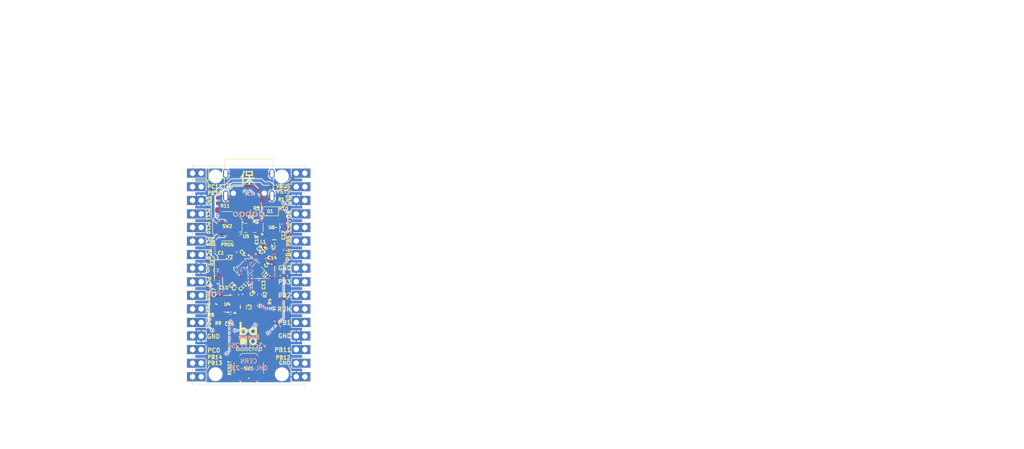
<source format=kicad_pcb>
(kicad_pcb (version 20241229) (generator "pcbnew") (generator_version "9.0")
  (layers (0 "F.Cu" signal) (2 "B.Cu" signal) (13 "F.Paste" user) (15 "B.Paste" user) (5 "F.SilkS" user "F.Silkscreen") (7 "B.SilkS" user "B.Silkscreen") (1 "F.Mask" user) (3 "B.Mask" user) (25 "Edge.Cuts" user))
  (net 0 "")
  (net 1 "GND")
  (net 2 "/XI_48M")
  (net 3 "+3.3V")
  (net 4 "/2.5V")
  (net 5 "/XO_48M")
  (net 6 "/VSYS")
  (net 7 "/RST_N")
  (net 8 "VBUS")
  (net 10 "/USBC_P")
  (net 11 "/USBC_CC2")
  (net 13 "/USBC_N")
  (net 14 "/USBC_CC1")
  (net 15 "Net-(R2-Pad1)")
  (net 16 "/EN")
  (net 17 "/PB12")
  (net 19 "/PC8")
  (net 20 "/PC13")
  (net 21 "/PB3")
  (net 22 "/PC7")
  (net 23 "/PC0")
  (net 24 "/PC2")
  (net 25 "/PB4")
  (net 28 "/PB14")
  (net 29 "/PB13")
  (net 31 "/PC9")
  (net 32 "/PB1")
  (net 33 "/PC3")
  (net 36 "/PC10")
  (net 37 "/PB2")
  (net 39 "/PC1")
  (net 41 "/PC11")
  (net 42 "/PC12")
  (net 43 "/PB5")
  (net 45 "/PB11")
  (net 49 "Net-(U6-SW)")
  (net 58 "+0.9V")
  (net 60 "/USBCONN_P")
  (net 61 "/USBCONN_N")
  (net 62 "Net-(U4-SW)")
  (net 63 "/FB_3.3V")
  (net 64 "/FB_0.85V")
  (footprint "Inductor_SMD:L_0805_2012Metric" (layer "F.Cu") (at 131 85.9 -90)
    (property "Reference" "L2")
    (property "Value" "2.2uH MGFL2012F2R2MT-LF")
  )
  (footprint "Capacitor_SMD:C_0201_0603Metric" (layer "F.Cu") (at 133.575 76.325 45)
    (property "Reference" "C15")
    (property "Value" "2.2uF, 6.3V, X5R" (hide yes))
  )
  (footprint "Capacitor_SMD:C_0201_0603Metric" (layer "F.Cu") (at 131.3 82.575 -135)
    (property "Reference" "C11")
    (property "Value" "1.0uF, 10V, X5R" (hide yes))
  )
  (footprint "common:Dabao_Vendor_Substrate" (layer "F.Cu") (at 132 85)
    (property "Reference" "U3" (hide yes))
    (property "Value" "Baochip" (hide yes))
  )
  (footprint "Resistor_SMD:R_0201_0603Metric" (layer "F.Cu") (at 138.3 68.5 180)
    (property "Reference" "R10")
    (property "Value" "10k, 1%")
  )
  (footprint "Resistor_SMD:R_0402_1005Metric" (layer "F.Cu") (at 126.2 66 -90)
    (property "Reference" "R11")
    (property "Value" "5.1k, 1%")
  )
  (footprint "Capacitor_SMD:C_0201_0603Metric" (layer "F.Cu") (at 134.1 71.72 -90)
    (property "Reference" "C18")
    (property "Value" "0.1uF, 10V, X5R" (hide yes))
  )
  (footprint "Capacitor_SMD:C_0201_0603Metric" (layer "F.Cu") (at 126.925 76.6)
    (property "Reference" "C1")
    (property "Value" "12pF C0G" (hide yes))
  )
  (footprint "Resistor_SMD:R_0402_1005Metric" (layer "F.Cu") (at 133.4 68.25 180)
    (property "Reference" "R5")
    (property "Value" "5.1k, 1%" (hide yes))
  )
  (footprint "Resistor_SMD:R_0201_0603Metric" (layer "F.Cu") (at 126.2 88.1)
    (property "Reference" "R9")
    (property "Value" "43.2k, 1%")
  )
  (footprint "LOGO" (layer "F.Cu") (at 131.8 61.7)
    (property "Reference" "G***" (hide yes))
    (property "Value" "LOGO" (hide yes))
  )
  (footprint "Capacitor_SMD:C_0201_0603Metric" (layer "F.Cu") (at 127.15 81.5)
    (property "Reference" "C10")
    (property "Value" "12pF C0G" (hide yes))
  )
  (footprint "common:USB_C_Receptacle_HRO_TYPE-C-31-M-12" (layer "F.Cu") (at 132.025 62.015 180)
    (property "Reference" "J1")
    (property "Value" "USB_C_Receptacle_USB2.0_16P" (hide yes))
  )
  (footprint "common:IRIS fiducial 0.4mm" (layer "F.Cu") (at 132.453553 74.120963 45)
    (property "Reference" "FID2" (hide yes))
    (property "Value" "Fiducial" (hide yes))
  )
  (footprint "Resistor_SMD:R_0201_0603Metric" (layer "F.Cu") (at 134.1 70.3 90)
    (property "Reference" "R7")
    (property "Value" "453k, 1%")
  )
  (footprint "MountingHole:MountingHole_2.2mm_M2_DIN965" (layer "F.Cu") (at 138.2 61.475)
    (property "Reference" "H2" (hide yes))
    (property "Value" "MountingHole" (hide yes))
  )
  (footprint "Resistor_SMD:R_0402_1005Metric" (layer "F.Cu") (at 134.05 83.6 -90)
    (property "Reference" "R2")
    (property "Value" "100 ohm" (hide yes))
  )
  (footprint "Capacitor_SMD:C_0201_0603Metric" (layer "F.Cu") (at 134.825 77.475 45)
    (property "Reference" "C4")
    (property "Value" "0.1uF, 10V, X5R" (hide yes))
  )
  (footprint "Resistor_SMD:R_0201_0603Metric" (layer "F.Cu") (at 136.7 84.9 -90)
    (property "Reference" "R4")
    (property "Value" "10k, 1%" (hide yes))
  )
  (footprint "common:IRIS fiducial 0.4mm" (layer "F.Cu") (at 131.746447 83.879036 45)
    (property "Reference" "FID1" (hide yes))
    (property "Value" "Fiducial" (hide yes))
  )
  (footprint "common:IRIS fiducial2 0.4mm" (layer "F.Cu") (at 136.979038 78.646448 45)
    (property "Reference" "FID3" (hide yes))
    (property "Value" "Fiducial" (hide yes))
  )
  (footprint "Capacitor_SMD:C_0201_0603Metric" (layer "F.Cu") (at 130.3 81.3 -135)
    (property "Reference" "C7")
    (property "Value" "0.1uF, 10V, X5R" (hide yes))
  )
  (footprint "MountingHole:MountingHole_2.2mm_M2_DIN965" (layer "F.Cu") (at 125.8 61.475)
    (property "Reference" "H1" (hide yes))
    (property "Value" "MountingHole" (hide yes))
  )
  (footprint "Resistor_SMD:R_0201_0603Metric" (layer "F.Cu") (at 126.2 87.4 180)
    (property "Reference" "R8")
    (property "Value" "100k, 1%")
  )
  (footprint "Capacitor_SMD:C_0603_1608Metric" (layer "F.Cu") (at 136.8 75.5)
    (property "Reference" "C14")
    (property "Value" "10uF, 25V, X5R" (hide yes))
  )
  (footprint "Capacitor_SMD:C_0201_0603Metric" (layer "F.Cu") (at 131.8 83.075 -135)
    (property "Reference" "C8")
    (property "Value" "0.1uF, 10V, X5R" (hide yes))
  )
  (footprint "Diode_SMD:D_SOD-323" (layer "F.Cu") (at 135.95 68 180)
    (property "Reference" "D1")
    (property "Value" "1N5819WS" (hide yes))
  )
  (footprint "common:SW_Push_1P1T_XKB_TS-1187A" (layer "F.Cu") (at 132.025 97.35 180)
    (property "Reference" "SW1")
    (property "Value" "SW_Push" (hide yes))
  )
  (footprint "Capacitor_SMD:C_0201_0603Metric" (layer "F.Cu") (at 129.8 80.8 -135)
    (property "Reference" "C2")
    (property "Value" "1.0uF, 10V, X5R" (hide yes))
  )
  (footprint "common:SW_Push_1P1T_XKB_TS-1187A" (layer "F.Cu") (at 128 70.8 -90)
    (property "Reference" "SW2")
    (property "Value" "SW_Push" (hide yes))
  )
  (footprint "LOGO" (layer "F.Cu") (at 132.05 91.6)
    (property "Reference" "G***" (hide yes))
    (property "Value" "LOGO" (hide yes))
  )
  (footprint "Capacitor_SMD:C_0603_1608Metric" (layer "F.Cu") (at 128.6 87.8 180)
    (property "Reference" "C16")
    (property "Value" "10uF, 25V, X5R")
  )
  (footprint "Capacitor_SMD:C_0201_0603Metric" (layer "F.Cu") (at 133.9 81.9 90)
    (property "Reference" "C13")
    (property "Value" "0.1uF, 10V, X5R" (hide yes))
  )
  (footprint "Capacitor_SMD:C_0201_0603Metric" (layer "F.Cu") (at 130.425 76.275 135)
    (property "Reference" "C5")
    (property "Value" "2.2uF, 6.3V, X5R" (hide yes))
  )
  (footprint "Inductor_SMD:L_0805_2012Metric" (layer "F.Cu") (at 136.8 73.9 180)
    (property "Reference" "L1")
    (property "Value" "2.2uH MGFL2012F2R2MT-LF")
  )
  (footprint "common:WLCSP-71_9x8_4.062x3.762mm" (layer "F.Cu") (at 132.1 79 -45)
    (property "Reference" "U1")
    (property "Value" "baochip1x" (hide yes))
  )
  (footprint "Crystal:Crystal_SMD_3225-4Pin_3.2x2.5mm" (layer "F.Cu") (at 127.225 79.05 -90)
    (property "Reference" "Y2")
    (property "Value" "48.000MHz" (hide yes))
  )
  (footprint "Resistor_SMD:R_0402_1005Metric" (layer "F.Cu") (at 125.05 79.075 90)
    (property "Reference" "R3")
    (property "Value" "4.7M" (hide yes))
  )
  (footprint "Resistor_SMD:R_0201_0603Metric" (layer "F.Cu") (at 138.1 65.1 180)
    (property "Reference" "R1")
    (property "Value" "10k, 1%" (hide yes))
  )
  (footprint "Package_TO_SOT_SMD:SOT-23-5" (layer "F.Cu") (at 128.1 85.3 180)
    (property "Reference" "U4")
    (property "Value" "MT3406")
  )
  (footprint "MountingHole:MountingHole_2.2mm_M2_DIN965" (layer "F.Cu") (at 125.8 98.5)
    (property "Reference" "H3" (hide yes))
    (property "Value" "MountingHole" (hide yes))
  )
  (footprint "Resistor_SMD:R_0201_0603Metric" (layer "F.Cu") (at 133.6 69.1 180)
    (property "Reference" "R6")
    (property "Value" "100k, 1%" (hide yes))
  )
  (footprint "Capacitor_SMD:C_0201_0603Metric" (layer "F.Cu") (at 133.05 75.8 45)
    (property "Reference" "C9")
    (property "Value" "2.2uF, 6.3V, X5R" (hide yes))
  )
  (footprint "common:QFN-10_1.4x1.8_Pitch0.4mm" (layer "F.Cu") (at 132.3 71.11 -90)
    (property "Reference" "U5")
    (property "Value" "EMS4000RSW" (hide yes))
  )
  (footprint "MountingHole:MountingHole_2.2mm_M2_DIN965" (layer "F.Cu") (at 138.2 98.5)
    (property "Reference" "H4" (hide yes))
    (property "Value" "MountingHole" (hide yes))
  )
  (footprint "Package_TO_SOT_SMD:SOT-23-5" (layer "F.Cu") (at 136.250001 71 90)
    (property "Reference" "U6")
    (property "Value" "MT3406")
  )
  (footprint "Capacitor_SMD:C_0603_1608Metric" (layer "F.Cu") (at 138.7 70.4 -90)
    (property "Reference" "C12")
    (property "Value" "10uF, 25V, X5R" (hide yes))
  )
  (footprint "Capacitor_SMD:C_0603_1608Metric" (layer "F.Cu") (at 125.3 85.3 -90)
    (property "Reference" "C17")
    (property "Value" "10uF, 25V, X5R")
  )
  (footprint "LOGO" (layer "B.Cu") (at 132 68.5 180)
    (property "Reference" "G***" (hide yes))
    (property "Value" "LOGO" (hide yes))
  )
  (gr_line (start 139.5 97) (end 140 98) (stroke (width 0.15)) (layer "F.SilkS"))
  (gr_line (start 124.5 62.8) (end 124 61.8) (stroke (width 0.15)) (layer "F.SilkS"))
  (gr_line (start 139.2 62.6) (end 139.9 61.8) (stroke (width 0.15)) (layer "F.SilkS"))
  (gr_line (start 124.7 96.9) (end 124 98) (stroke (width 0.15)) (layer "F.SilkS"))
  (gr_line (start 142.5 59.5) (end 121.5 59.5) (stroke (width 0.05)) (layer "Edge.Cuts"))
  (gr_line (start 121.5 59.5) (end 121.5 100.5) (stroke (width 0.05)) (layer "Edge.Cuts"))
  (gr_line (start 121.5 100.5) (end 142.5 100.5) (stroke (width 0.05)) (layer "Edge.Cuts"))
  (gr_line (start 142.5 100.5) (end 142.5 59.5) (stroke (width 0.05)) (layer "Edge.Cuts"))
  (gr_text "GND" (at 139.9 96.8 0) (layer "F.SilkS") (effects (font (size 0.7 0.7) (thickness 0.16) (bold yes)) (justify right bottom)))
  (gr_text "PC10\n" (at 124.1 69.83 270) (layer "F.SilkS") (effects (font (size 0.6 0.6) (thickness 0.16) (bold yes)) (justify left bottom)))
  (gr_text "PC11" (at 124.1 67.3 270) (layer "F.SilkS") (effects (font (size 0.6 0.6) (thickness 0.16) (bold yes)) (justify left bottom)))
  (gr_text "PB3" (at 137.4 81.7 0) (layer "F.SilkS") (effects (font (size 0.8 0.8) (thickness 0.16) (bold yes)) (justify left bottom)))
  (gr_text "PB11\n" (at 136.7 94.4 0) (layer "F.SilkS") (effects (font (size 0.8 0.8) (thickness 0.16) (bold yes)) (justify left bottom)))
  (gr_text "PB12" (at 139.9 95.8 0) (layer "F.SilkS") (effects (font (size 0.7 0.7) (thickness 0.16) (bold yes)) (justify right bottom)))
  (gr_text "3.3V" (at 140 72.2 90) (layer "F.SilkS") (effects (font (size 0.6 0.6) (thickness 0.16) (bold yes)) (justify left bottom)))
  (gr_text "PB13\n" (at 124.2 96.8 0) (layer "F.SilkS") (effects (font (size 0.7 0.7) (thickness 0.16) (bold yes)) (justify left bottom)))
  (gr_text "PC13" (at 124.2 63.8 0) (layer "F.SilkS") (effects (font (size 0.7 0.7) (thickness 0.16) (bold yes)) (justify left bottom)))
  (gr_text "RESET" (at 128.8 98.8 90) (layer "F.SilkS") (effects (font (size 0.6 0.6) (thickness 0.16) (bold yes)) (justify left bottom)))
  (gr_text "PC9\n" (at 124.1 72.62 270) (layer "F.SilkS") (effects (font (size 0.6 0.6) (thickness 0.16) (bold yes)) (justify left bottom)))
  (gr_text "GND" (at 137.4 91.8 0) (layer "F.SilkS") (effects (font (size 0.8 0.8) (thickness 0.16) (bold yes)) (justify left bottom)))
  (gr_text "PB5" (at 139.94 74.69 90) (layer "F.SilkS") (effects (font (size 0.7 0.7) (thickness 0.16) (bold yes)) (justify left bottom)))
  (gr_text "GND" (at 124.03 79.64 270) (layer "F.SilkS") (effects (font (size 0.5 0.6) (thickness 0.16) (bold yes)) (justify right bottom)))
  (gr_text "PB4" (at 139.9 77.4 90) (layer "F.SilkS") (effects (font (size 0.8 0.8) (thickness 0.16) (bold yes)) (justify left bottom)))
  (gr_text "PC7\n" (at 124.1 80.1 270) (layer "F.SilkS") (effects (font (size 0.7 0.7) (thickness 0.16) (bold yes)) (justify left bottom)))
  (gr_text "PC3\n" (at 124 82.8 270) (layer "F.SilkS") (effects (font (size 0.6 0.6) (thickness 0.16) (bold yes)) (justify left bottom)))
  (gr_text "RUN" (at 137.3 86.8 0) (layer "F.SilkS") (effects (font (size 0.8 0.8) (thickness 0.16) (bold yes)) (justify left bottom)))
  (gr_text "VBUS" (at 137 63.7 0) (layer "F.SilkS") (effects (font (size 0.7 0.7) (thickness 0.16) (bold yes)) (justify left bottom)))
  (gr_text "GND" (at 139.8 67.1 90) (layer "F.SilkS") (effects (font (size 0.7 0.7) (thickness 0.16) (bold yes)) (justify left bottom)))
  (gr_text "PC1\n" (at 124 87.7 270) (layer "F.SilkS") (effects (font (size 0.8 0.8) (thickness 0.16) (bold yes)) (justify left bottom)))
  (gr_text "GND" (at 124.2 65.1 270) (layer "F.SilkS") (effects (font (size 0.6 0.6) (thickness 0.16) (bold yes)) (justify left bottom)))
  (gr_text "VSYS" (at 137.1 64.7 0) (layer "F.SilkS") (effects (font (size 0.7 0.7) (thickness 0.16) (bold yes)) (justify left bottom)))
  (gr_text "ON" (at 139.96 69.4 90) (layer "F.SilkS") (effects (font (size 0.7 0.7) (thickness 0.16) (bold yes)) (justify left bottom)))
  (gr_text "PC2\n" (at 124 85.1 270) (layer "F.SilkS") (effects (font (size 0.6 0.6) (thickness 0.16) (bold yes)) (justify left bottom)))
  (gr_text "PB14\n" (at 124.2 95.7 0) (layer "F.SilkS") (effects (font (size 0.7 0.7) (thickness 0.16) (bold yes)) (justify left bottom)))
  (gr_text "PC0\n" (at 124.2 94.5 0) (layer "F.SilkS") (effects (font (size 0.8 0.8) (thickness 0.16) (bold yes)) (justify left bottom)))
  (gr_text "PC8\n" (at 124.1 74.9 270) (layer "F.SilkS") (effects (font (size 0.7 0.7) (thickness 0.16) (bold yes)) (justify left bottom)))
  (gr_text "GND" (at 137.4 79.1 0) (layer "F.SilkS") (effects (font (size 0.8 0.8) (thickness 0.16) (bold yes)) (justify left bottom)))
  (gr_text "PB2" (at 137.4 84.2 0) (layer "F.SilkS") (effects (font (size 0.8 0.8) (thickness 0.16) (bold yes)) (justify left bottom)))
  (gr_text "PB1\n" (at 137.4 89.3 0) (layer "F.SilkS") (effects (font (size 0.8 0.8) (thickness 0.16) (bold yes)) (justify left bottom)))
  (gr_text "PROG" (at 126.7 74.6 0) (layer "F.SilkS") (effects (font (size 0.6 0.6) (thickness 0.15) (bold yes)) (justify left bottom)))
  (gr_text "GND" (at 124.1 91.9 0) (layer "F.SilkS") (effects (font (size 0.8 0.8) (thickness 0.16) (bold yes)) (justify left bottom)))
  (gr_text "PC12" (at 124.2 65 0) (layer "F.SilkS") (effects (font (size 0.7 0.7) (thickness 0.16) (bold yes)) (justify left bottom)))
  (gr_text "AN0" (at 124.9 72.7 270) (layer "F.SilkS") (effects (font (size 0.6 0.6) (thickness 0.15) (bold yes)) (justify left bottom)))
  (gr_text "CERN\nOHL-W-2.0" (at 132 97.8 0) (layer "B.SilkS") (effects (font (size 0.8 0.8) (thickness 0.15) (bold yes)) (justify bottom mirror)))
  (gr_text "v3c 11/25" (at 132 93.6 0) (layer "B.SilkS") (effects (font (size 0.8 0.8) (thickness 0.15) (bold yes)) (justify bottom mirror)))
  (gr_text "bunnie" (at 132 92 0) (layer "B.SilkS") (effects (font (size 0.8 0.8) (thickness 0.2) (bold yes)) (justify bottom mirror)))
  (segment (start 133.1 72.5) (end 133.5 72.1) (width 0.15) (layer "F.Cu") (net 1))
  (segment (start 129.2 78.5) (end 128.625 78.5) (width 0.2) (layer "F.Cu") (net 1))
  (segment (start 133.801274 76.098726) (end 133.551274 75.848726) (width 0.2) (layer "F.Cu") (net 1))
  (segment (start 136.5 71) (end 136.250001 71.249999) (width 0.5) (layer "F.Cu") (net 1))
  (segment (start 126.075 85.3) (end 128.1 85.3) (width 0.5) (layer "F.Cu") (net 1))
  (segment (start 126.375 80.15) (end 126.375 81.045) (width 0.1) (layer "F.Cu") (net 1))
  (segment (start 135.75 65.715) (end 136.345 65.12) (width 0.5) (layer "F.Cu") (net 1))
  (segment (start 130.59 71.11) (end 130.58 71.1) (width 0.15) (layer "F.Cu") (net 1))
  (segment (start 127.825 87.8) (end 127.825 88.675) (width 0.5) (layer "F.Cu") (net 1))
  (segment (start 132.154657 78.379657) (end 132.075 78.3) (width 0.2) (layer "F.Cu") (net 1))
  (segment (start 128.1 85.3) (end 129.2375 85.3) (width 0.5) (layer "F.Cu") (net 1))
  (segment (start 130.76 71.51) (end 131.5 71.51) (width 0.15) (layer "F.Cu") (net 1))
  (segment (start 133.1 71.64) (end 133.5 72.04) (width 0.15) (layer "F.Cu") (net 1))
  (segment (start 134.15 68.25) (end 133.909999 68.25) (width 0.2) (layer "F.Cu") (net 1))
  (segment (start 131.299363 83.075637) (end 130.850637 83.524363) (width 0.2) (layer "F.Cu") (net 1))
  (segment (start 128.675 66.475) (end 128.675 65.715) (width 0.1) (layer "F.Cu") (net 1))
  (segment (start 138.3 84.4) (end 139.2 84.4) (width 0.5) (layer "F.Cu") (net 1))
  (segment (start 130.775 83.6) (end 130.850637 83.524363) (width 0.5) (layer "F.Cu") (net 1))
  (segment (start 133.551274 75.848726) (end 133.276274 75.573726) (width 0.2) (layer "F.Cu") (net 1))
  (segment (start 126.2 65.490001) (end 127.334999 65.490001) (width 0.1) (layer "F.Cu") (net 1))
  (segment (start 126.5025 81.1725) (end 126.83 81.5) (width 0.1) (layer "F.Cu") (net 1))
  (segment (start 135.375 65.715) (end 135.75 65.715) (width 0.5) (layer "F.Cu") (net 1))
  (segment (start 137.9 80.05) (end 139.25 80.05) (width 0.5) (layer "F.Cu") (net 1))
  (segment (start 128.075 77.95) (end 128.075 77.05) (width 0.1) (layer "F.Cu") (net 1))
  (segment (start 125.88 87.4) (end 125.5 87.4) (width 0.15) (layer "F.Cu") (net 1))
  (segment (start 131.958579 78.010051) (end 131.958579 77.444365) (width 0.1) (layer "F.Cu") (net 1))
  (segment (start 128.1 85.3) (end 128.1 87.525) (width 0.5) (layer "F.Cu") (net 1))
  (segment (start 127.625 76.6) (end 127.245 76.6) (width 0.1) (layer "F.Cu") (net 1))
  (segment (start 131.500001 71.11) (end 130.59 71.11) (width 0.15) (layer "F.Cu") (net 1))
  (segment (start 133.5 72.04) (end 134.1 72.04) (width 0.15) (layer "F.Cu") (net 1))
  (segment (start 130.76 71.51) (end 130.38 71.89) (width 0.15) (layer "F.Cu") (net 1))
  (segment (start 129.2375 85.3) (end 129.8 85.3) (width 0.5) (layer "F.Cu") (net 1))
  (segment (start 128.5 83.6) (end 130.775 83.6) (width 0.5) (layer "F.Cu") (net 1))
  (segment (start 125.2 87.1) (end 125.3 87) (width 0.15) (layer "F.Cu") (net 1))
  (segment (start 125.3 87) (end 125.3 86.075) (width 0.15) (layer "F.Cu") (net 1))
  (segment (start 129.8 73.875) (end 129.8 75.55) (width 0.1) (layer "F.Cu") (net 1))
  (segment (start 136.95 88.6) (end 137.9 89.55) (width 0.5) (layer "F.Cu") (net 1))
  (segment (start 133.28 69.1) (end 133.28 68.879999) (width 0.2) (layer "F.Cu") (net 1))
  (segment (start 131.5 70.71) (end 130.97 70.71) (width 0.15) (layer "F.Cu") (net 1))
  (segment (start 130.58 70.88) (end 130.58 71.1) (width 0.15) (layer "F.Cu") (net 1))
  (segment (start 133.5 72.1) (end 133.5 72.04) (width 0.15) (layer "F.Cu") (net 1))
  (segment (start 129.8 85.3) (end 130.4 85.9) (width 0.5) (layer "F.Cu") (net 1))
  (segment (start 135.4 68.8) (end 134.7 68.8) (width 0.2) (layer "F.Cu") (net 1))
  (segment (start 125.5 87.4) (end 125.2 87.1) (width 0.15) (layer "F.Cu") (net 1))
  (segment (start 131.348726 83.126274) (end 131.098726 82.876274) (width 0.2) (layer "F.Cu") (net 1))
  (segment (start 134.0375 75.3625) (end 134.0375 74.5375) (width 0.5) (layer "F.Cu") (net 1))
  (segment (start 128.675 65.715) (end 128.3 65.715) (width 0.5) (layer "F.Cu") (net 1))
  (segment (start 133.909999 67.310001) (end 133.92 67.3) (width 0.2) (layer "F.Cu") (net 1))
  (segment (start 131.966736 78.567579) (end 131.966736 78.018208) (width 0.15) (layer "F.Cu") (net 1))
  (segment (start 133.909999 68.25) (end 133.909999 67.310001) (width 0.2) (layer "F.Cu") (net 1))
  (segment (start 129.8 75.55) (end 129.75 75.6) (width 0.1) (layer "F.Cu") (net 1))
  (segment (start 131.675736 79.424264) (end 131.392893 79.141421) (width 0.15) (layer "F.Cu") (net 1))
  (segment (start 126.375 81.045) (end 126.5025 81.1725) (width 0.1) (layer "F.Cu") (net 1))
  (segment (start 132.154657 78.379657) (end 131.958579 78.575736) (width 0.2) (layer "F.Cu") (net 1))
  (segment (start 129.811226 81.263774) (end 129.325 81.75) (width 0.2) (layer "F.Cu") (net 1))
  (segment (start 130.907305 75.907305) (end 130.340147 75.907305) (width 0.2) (layer "F.Cu") (net 1))
  (segment (start 130.58 71.1) (end 130.58 71.33) (width 0.15) (layer "F.Cu") (net 1))
  (segment (start 134.399 75.999) (end 134.399 75.7) (width 0.4) (layer "F.Cu") (net 1))
  (segment (start 130.770001 83.604999) (end 130.850637 83.524363) (width 0.2) (layer "F.Cu") (net 1))
  (segment (start 129.57 67.37) (end 128.675 66.475) (width 0.1) (layer "F.Cu") (net 1))
  (segment (start 135.051274 77.248726) (end 135.55 76.75) (width 0.2) (layer "F.Cu") (net 1))
  (segment (start 136.250001 71.249999) (end 136.250001 72.1375) (width 0.5) (layer "F.Cu") (net 1))
  (segment (start 132.025 99.225) (end 135.025 99.225) (width 0.1) (layer "F.Cu") (net 1))
  (segment (start 130.198726 76.048726) (end 129.75 75.6) (width 0.2) (layer "F.Cu") (net 1))
  (segment (start 137.575 75.5) (end 138.2 75.5) (width 0.5) (layer "F.Cu") (net 1))
  (segment (start 139.7 69.8) (end 139.7 69.95) (width 0.2) (layer "F.Cu") (net 1))
  (segment (start 130.97 70.71) (end 130.75 70.71) (width 0.15) (layer "F.Cu") (net 1))
  (segment (start 128.075 77.055) (end 127.84 76.82) (width 0.2) (layer "F.Cu") (net 1))
  (segment (start 137.605 65.1) (end 136.715 65.1) (width 0.15) (layer "F.Cu") (net 1))
  (segment (start 138.2 75.5) (end 138.7 75) (width 0.5) (layer "F.Cu") (net 1))
  (segment (start 128.1 87.525) (end 127.825 87.8) (width 0.5) (layer "F.Cu") (net 1))
  (segment (start 133.9 81.58) (end 133.9 80.9) (width 0.1) (layer "F.Cu") (net 1))
  (segment (start 131.94 78.858579) (end 131.958579 78.84) (width 0.12) (layer "F.Cu") (net 1))
  (segment (start 130.58 71.33) (end 130.76 71.51) (width 0.15) (layer "F.Cu") (net 1))
  (segment (start 131.3 76.3) (end 130.907305 75.907305) (width 0.2) (layer "F.Cu") (net 1))
  (segment (start 128.3 65.715) (end 127.705 65.12) (width 0.5) (layer "F.Cu") (net 1))
  (segment (start 128.1 84) (end 128.5 83.6) (width 0.5) (layer "F.Cu") (net 1))
  (segment (start 134.375 75.7) (end 134.0375 75.3625) (width 0.4) (layer "F.Cu") (net 1))
  (segment (start 130.340147 75.907305) (end 130.198726 76.048726) (width 0.2) (layer "F.Cu") (net 1))
  (segment (start 133.1 71.51) (end 133.1 71.64) (width 0.15) (layer "F.Cu") (net 1))
  (segment (start 137.575 75.5) (end 136.8 74.725) (width 0.5) (layer "F.Cu") (net 1))
  (segment (start 135.2 76.4) (end 134.8 76.4) (width 0.4) (layer "F.Cu") (net 1))
  (segment (start 137.9 84) (end 138.3 84.4) (width 0.5) (layer "F.Cu") (net 1))
  (segment (start 136.8 73.4) (end 136.250001 72.850001) (width 0.5) (layer "F.Cu") (net 1))
  (segment (start 131.94 78.858579) (end 132.241421 78.858579) (width 0.12) (layer "F.Cu") (net 1))
  (segment (start 132.241421 78.292893) (end 132.154657 78.379657) (width 0.2) (layer "F.Cu") (net 1))
  (segment (start 126.5025 81.1725) (end 126.125 81.55) (width 0.1) (layer "F.Cu") (net 1))
  (segment (start 136.85 88.6) (end 136.95 88.6) (width 0.5) (layer "F.Cu") (net 1))
  (segment (start 133.1 73.6) (end 133.1 72.5) (width 0.5) (layer "F.Cu") (net 1))
  (segment (start 132.524264 78.575736) (end 132.241421 78.292893) (width 0.15) (layer "F.Cu") (net 1))
  (segment (start 131.675736 78.858579) (end 131.94 78.858579) (width 0.12) (layer "F.Cu") (net 1))
  (segment (start 138.525 71) (end 136.5 71) (width 0.5) (layer "F.Cu") (net 1))
  (segment (start 136.250001 72.850001) (end 136.250001 72.1375) (width 0.5) (layer "F.Cu") (net 1))
  (segment (start 134.8 76.4) (end 134.399 75.999) (width 0.4) (layer "F.Cu") (net 1))
  (segment (start 129.025 99.225) (end 132.025 99.225) (width 0.1) (layer "F.Cu") (net 1))
  (segment (start 131.598726 83.376274) (end 131.348726 83.126274) (width 0.2) (layer "F.Cu") (net 1))
  (segment (start 129.573726 81.026274) (end 129.811226 81.263774) (width 0.2) (layer "F.Cu") (net 1))
  (segment (start 128.625 78.5) (end 128.075 77.95) (width 0.2) (layer "F.Cu") (net 1))
  (segment (start 138.7 75) (end 138.7 71.175) (width 0.5) (layer "F.Cu") (net 1))
  (segment (start 131.958579 78.84) (end 131.958579 78.575736) (width 0.12) (layer "F.Cu") (net 1))
  (segment (start 134.0375 74.5375) (end 133.1 73.6) (width 0.5) (layer "F.Cu") (net 1))
  (segment (start 130.75 70.71) (end 130.58 70.88) (width 0.15) (layer "F.Cu") (net 1))
  (segment (start 128.1 85.3) (end 128.1 84) (width 0.5) (layer "F.Cu") (net 1))
  (segment (start 130.97 70.71) (end 130.97 70.08) (width 0.15) (layer "F.Cu") (net 1))
  (segment (start 132.241421 78.858579) (end 132.524264 78.575736) (width 0.15) (layer "F.Cu") (net 1))
  (segment (start 133.28 68.879999) (end 133.909999 68.25) (width 0.2) (layer "F.Cu") (net 1))
  (segment (start 135.55 76.75) (end 135.2 76.4) (width 0.4) (layer "F.Cu") (net 1))
  (segment (start 128.075 77.95) (end 128.075 77.055) (width 0.2) (layer "F.Cu") (net 1))
  (segment (start 128.075 77.05) (end 127.625 76.6) (width 0.1) (layer "F.Cu") (net 1))
  (segment (start 133.551274 75.848726) (end 134.0375 75.3625) (width 0.2) (layer "F.Cu") (net 1))
  (segment (start 139.7 69.95) (end 138.7 70.95) (width 0.2) (layer "F.Cu") (net 1))
  (segment (start 129.811226 81.263774) (end 130.073726 81.526274) (width 0.2) (layer "F.Cu") (net 1))
  (segment (start 136.8 74.725) (end 136.8 73.4) (width 0.5) (layer "F.Cu") (net 1))
  (segment (start 125.3 86.075) (end 126.075 85.3) (width 0.5) (layer "F.Cu") (net 1))
  (segment (start 134.7 68.8) (end 134.15 68.25) (width 0.2) (layer "F.Cu") (net 1))
  (segment (start 131.958579 78.010051) (end 132.241421 78.292893) (width 0.2) (layer "F.Cu") (net 1))
  (via (at 130.96 70.09) (size 0.5) (drill 0.25) (layers "F.Cu" "B.Cu") (net 1))
  (via (at 130.39 71.88) (size 0.5) (drill 0.25) (layers "F.Cu" "B.Cu") (net 1))
  (via (at 129.325 81.75) (size 0.5) (drill 0.25) (layers "F.Cu" "B.Cu") (net 1))
  (via (at 136.9 74.8) (size 0.5) (drill 0.25) (layers "F.Cu" "B.Cu") (net 1))
  (via (at 133.91 67.28) (size 0.5) (drill 0.25) (layers "F.Cu" "B.Cu") (net 1))
  (via (at 128.5 83.6) (size 0.5) (drill 0.25) (layers "F.Cu" "B.Cu") (net 1))
  (via (at 129.75 75.6) (size 0.5) (drill 0.25) (layers "F.Cu" "B.Cu") (net 1))
  (via (at 134.0375 75.3625) (size 0.5) (drill 0.25) (layers "F.Cu" "B.Cu") (net 1))
  (via (at 138.5 75.2) (size 0.5) (drill 0.25) (layers "F.Cu" "B.Cu") (net 1))
  (via (at 126 85.4) (size 0.5) (drill 0.25) (layers "F.Cu" "B.Cu") (net 1))
  (via (at 137.9 84) (size 0.5) (drill 0.25) (layers "F.Cu" "B.Cu") (net 1))
  (via (at 137.9 80.05) (size 0.5) (drill 0.25) (layers "F.Cu" "B.Cu") (net 1))
  (via (at 139.2 84.4) (size 0.5) (drill 0.25) (layers "F.Cu" "B.Cu") (net 1))
  (via (at 136.7 73.3) (size 0.5) (drill 0.25) (layers "F.Cu" "B.Cu") (net 1))
  (via (at 136.8 74) (size 0.5) (drill 0.25) (layers "F.Cu" "B.Cu") (net 1))
  (via (at 139.7 69.8) (size 0.5) (drill 0.25) (layers "F.Cu" "B.Cu") (net 1))
  (via (at 138.7 72) (size 0.5) (drill 0.25) (layers "F.Cu" "B.Cu") (net 1))
  (via (at 129.2 78.5) (size 0.5) (drill 0.25) (layers "F.Cu" "B.Cu") (net 1))
  (via (at 133.558587 74.058587) (size 0.5) (drill 0.25) (layers "F.Cu" "B.Cu") (net 1))
  (via (at 130.4 85.9) (size 0.5) (drill 0.25) (layers "F.Cu" "B.Cu") (net 1))
  (via (at 130.850637 83.524363) (size 0.5) (drill 0.25) (layers "F.Cu" "B.Cu") (net 1))
  (via (at 139.25 80.05) (size 0.5) (drill 0.25) (layers "F.Cu" "B.Cu") (net 1))
  (via (at 137.9 71) (size 0.5) (drill 0.25) (layers "F.Cu" "B.Cu") (net 1))
  (via (at 136.4 71.1) (size 0.5) (drill 0.25) (layers "F.Cu" "B.Cu") (net 1))
  (via (at 125.2 87.1) (size 0.5) (drill 0.25) (layers "F.Cu" "B.Cu") (net 1))
  (via (at 128.1 87) (size 0.5) (drill 0.25) (layers "F.Cu" "B.Cu") (net 1))
  (via (at 136.85 88.6) (size 0.5) (drill 0.25) (layers "F.Cu" "B.Cu") (net 1))
  (via (at 131.3 76.3) (size 0.5) (drill 0.25) (layers "F.Cu" "B.Cu") (net 1))
  (via (at 130.1 83.6) (size 0.5) (drill 0.25) (layers "F.Cu" "B.Cu") (net 1))
  (via (at 132.025 99.225) (size 0.5) (drill 0.25) (layers "F.Cu" "B.Cu") (net 1))
  (via (at 128.1 85.3) (size 0.5) (drill 0.25) (layers "F.Cu" "B.Cu") (net 1))
  (via (at 131.392893 78.858579) (size 0.4) (drill 0.2) (layers "F.Cu" "B.Cu") (net 1))
  (via (at 135.4 68.8) (size 0.5) (drill 0.25) (layers "F.Cu" "B.Cu") (net 1))
  (via (at 137.1 71) (size 0.5) (drill 0.25) (layers "F.Cu" "B.Cu") (net 1))
  (via (at 133.9 80.9) (size 0.5) (drill 0.25) (layers "F.Cu" "B.Cu") (net 1))
  (via (at 127.84 76.82) (size 0.5) (drill 0.25) (layers "F.Cu" "B.Cu") (net 1))
  (via (at 137.9 89.55) (size 0.5) (drill 0.25) (layers "F.Cu" "B.Cu") (net 1))
  (via (at 127.8 88.7) (size 0.5) (drill 0.25) (layers "F.Cu" "B.Cu") (net 1))
  (via (at 135.55 76.75) (size 0.5) (drill 0.25) (layers "F.Cu" "B.Cu") (net 1))
  (via (at 126.125 81.55) (size 0.5) (drill 0.25) (layers "F.Cu" "B.Cu") (net 1))
  (via (at 133.1 72.5) (size 0.5) (drill 0.25) (layers "F.Cu" "B.Cu") (net 1))
  (segment (start 127.45 79.025) (end 126.375 77.95) (width 0.1) (layer "F.Cu") (net 2))
  (segment (start 126.605 77.695) (end 126.605 76.6) (width 0.1) (layer "F.Cu") (net 2))
  (segment (start 125.05 78.565001) (end 125.759999 78.565001) (width 0.1) (layer "F.Cu") (net 2))
  (segment (start 129.812259 79.025) (end 127.45 79.025) (width 0.1) (layer "F.Cu") (net 2))
  (segment (start 129.97868 78.858579) (end 129.812259 79.025) (width 0.1) (layer "F.Cu") (net 2))
  (segment (start 125.759999 78.565001) (end 126.375 77.95) (width 0.1) (layer "F.Cu") (net 2))
  (segment (start 130.026274 80.123726) (end 130.026274 80.573726) (width 0.15) (layer "F.Cu") (net 3))
  (segment (start 136.025 75.5) (end 135.1 75.5) (width 0.5) (layer "F.Cu") (net 3))
  (segment (start 134.1 71.4) (end 134.1 70.62) (width 0.2) (layer "F.Cu") (net 3))
  (segment (start 139.3 72.62) (end 139.3 75.8) (width 0.5) (layer "F.Cu") (net 3))
  (segment (start 130.25 79.9) (end 130.026274 80.123726) (width 0.15) (layer "F.Cu") (net 3))
  (segment (start 133.95 77.75) (end 133.998726 77.701274) (width 0.2) (layer "F.Cu") (net 3))
  (segment (start 130.827208 79.707107) (end 130.673059 79.707107) (width 0.15) (layer "F.Cu") (net 3))
  (segment (start 133.998726 77.701274) (end 134.598726 77.701274) (width 0.2) (layer "F.Cu") (net 3))
  (segment (start 135 74.9) (end 134.7 74.6) (width 0.5) (layer "F.Cu") (net 3))
  (segment (start 132.524264 77.444365) (end 132.675 77.293629) (width 0.2) (layer "F.Cu") (net 3))
  (segment (start 137.025 76.5) (end 136.025 75.5) (width 0.5) (layer "F.Cu") (net 3))
  (segment (start 134.1 71.4) (end 133.81 71.11) (width 0.2) (layer "F.Cu") (net 3))
  (segment (start 136.7 80.8) (end 135.3 79.4) (width 0.1) (layer "F.Cu") (net 3))
  (segment (start 132.675 76.175) (end 132.823726 76.026274) (width 0.2) (layer "F.Cu") (net 3))
  (segment (start 139.3 75.8) (end 138.6 76.5) (width 0.5) (layer "F.Cu") (net 3))
  (segment (start 134.7 71.7) (end 134.7 74.6) (width 0.2) (layer "F.Cu") (net 3))
  (segment (start 135 75.4) (end 135 74.9) (width 0.5) (layer "F.Cu") (net 3))
  (segment (start 130.664902 79.715264) (end 130.434736 79.715264) (width 0.15) (layer "F.Cu") (net 3))
  (segment (start 140.89 71.03) (end 139.3 72.62) (width 0.5) (layer "F.Cu") (net 3))
  (segment (start 135.7375 73.9) (end 135.7375 75.2125) (width 0.5) (layer "F.Cu") (net 3))
  (segment (start 135 75.4) (end 135 75.7) (width 0.5) (layer "F.Cu") (net 3))
  (segment (start 133.81 71.11) (end 133.099999 71.11) (width 0.2) (layer "F.Cu") (net 3))
  (segment (start 130.434736 79.715264) (end 130.25 79.9) (width 0.15) (layer "F.Cu") (net 3))
  (segment (start 135.1 75.5) (end 135 75.4) (width 0.5) (layer "F.Cu") (net 3))
  (segment (start 134.1 71.4) (end 134.4 71.4) (width 0.2) (layer "F.Cu") (net 3))
  (segment (start 132.675 77.293629) (end 132.675 76.175) (width 0.2) (layer "F.Cu") (net 3))
  (segment (start 134.4 71.4) (end 134.7 71.7) (width 0.2) (layer "F.Cu") (net 3))
  (segment (start 130.026274 80.573726) (end 130.526274 81.073726) (width 0.15) (layer "F.Cu") (net 3))
  (segment (start 138.6 76.5) (end 137.025 76.5) (width 0.5) (layer "F.Cu") (net 3))
  (segment (start 133.089949 79.141421) (end 133.372792 78.858579) (width 0.15) (layer "F.Cu") (net 3))
  (segment (start 136.7 84.58) (end 136.7 80.8) (width 0.1) (layer "F.Cu") (net 3))
  (segment (start 135.7375 75.2125) (end 136.025 75.5) (width 0.5) (layer "F.Cu") (net 3))
  (segment (start 130.673059 79.707107) (end 130.664902 79.715264) (width 0.15) (layer "F.Cu") (net 3))
  (via (at 133.95 77.6) (size 0.5) (drill 0.25) (layers "F.Cu" "B.Cu") (net 3))
  (via (at 135 75.7) (size 0.5) (drill 0.25) (layers "F.Cu" "B.Cu") (net 3))
  (via (at 136 80.1) (size 0.5) (drill 0.25) (layers "F.Cu" "B.Cu") (net 3))
  (via (at 135.3 79.4) (size 0.5) (drill 0.25) (layers "F.Cu" "B.Cu") (net 3))
  (via (at 135 74.9) (size 0.5) (drill 0.25) (layers "F.Cu" "B.Cu") (net 3))
  (via (at 130.25 79.9) (size 0.5) (drill 0.25) (layers "F.Cu" "B.Cu") (net 3))
  (via (at 132.807107 79.141421) (size 0.4) (drill 0.2) (layers "F.Cu" "B.Cu") (net 3))
  (via (at 132.675 76.675) (size 0.5) (drill 0.25) (layers "F.Cu" "B.Cu") (net 3))
  (via (at 136.3 77.9) (size 0.5) (drill 0.25) (layers "F.Cu" "B.Cu") (net 3))
  (via (at 135.5 77.8) (size 0.5) (drill 0.25) (layers "F.Cu" "B.Cu") (net 3))
  (segment (start 131.375 77.45) (end 130.25 78.575) (width 0.5) (layer "B.Cu") (net 3))
  (segment (start 133.45 78.25) (end 133.95 77.75) (width 0.5) (layer "B.Cu") (net 3))
  (segment (start 130.25 78.575) (end 130.25 79.9) (width 0.5) (layer "B.Cu") (net 3))
  (segment (start 132.975 76.375) (end 132.675 76.675) (width 0.5) (layer "B.Cu") (net 3))
  (segment (start 133.955657 76.880657) (end 133.955657 76.844343) (width 0.5) (layer "B.Cu") (net 3))
  (segment (start 134.6 79.4) (end 133.45 78.25) (width 0.15) (layer "B.Cu") (net 3))
  (segment (start 133.95 77.75) (end 133.955657 77.744343) (width 0.5) (layer "B.Cu") (net 3))
  (segment (start 132.807107 79.141421) (end 132.807107 78.892893) (width 0.5) (layer "B.Cu") (net 3))
  (segment (start 133.955657 76.880657) (end 133.45 76.375) (width 0.5) (layer "B.Cu") (net 3))
  (segment (start 135.3 79.4) (end 134.6 79.4) (width 0.15) (layer "B.Cu") (net 3))
  (segment (start 133.955657 77.744343) (end 133.955657 76.880657) (width 0.5) (layer "B.Cu") (net 3))
  (segment (start 133.45 76.375) (end 132.975 76.375) (width 0.5) (layer "B.Cu") (net 3))
  (segment (start 135 75.8) (end 135 74.9) (width 0.5) (layer "B.Cu") (net 3))
  (segment (start 131.9 77.45) (end 131.375 77.45) (width 0.5) (layer "B.Cu") (net 3))
  (segment (start 133.955657 76.844343) (end 135 75.8) (width 0.5) (layer "B.Cu") (net 3))
  (segment (start 132.675 76.675) (end 131.9 77.45) (width 0.5) (layer "B.Cu") (net 3))
  (segment (start 132.807107 78.892893) (end 133.45 78.25) (width 0.5) (layer "B.Cu") (net 3))
  (segment (start 131.392893 77.444365) (end 130.651274 76.702746) (width 0.2) (layer "F.Cu") (net 4))
  (segment (start 130.651274 76.702746) (end 130.651274 76.501274) (width 0.2) (layer "F.Cu") (net 4))
  (segment (start 127.15 79.05) (end 128.075 79.975) (width 0.1) (layer "F.Cu") (net 5))
  (segment (start 130.261522 79.141421) (end 130.033579 79.141421) (width 0.1) (layer "F.Cu") (net 5))
  (segment (start 128.075 80.15) (end 128.075 81.1) (width 0.1) (layer "F.Cu") (net 5))
  (segment (start 125.05 79.584999) (end 125.584999 79.05) (width 0.1) (layer "F.Cu") (net 5))
  (segment (start 125.584999 79.05) (end 127.15 79.05) (width 0.1) (layer "F.Cu") (net 5))
  (segment (start 130.033579 79.141421) (end 129.025 80.15) (width 0.1) (layer "F.Cu") (net 5))
  (segment (start 128.075 81.1) (end 127.675 81.5) (width 0.1) (layer "F.Cu") (net 5))
  (segment (start 127.675 81.5) (end 127.47 81.5) (width 0.1) (layer "F.Cu") (net 5))
  (segment (start 129.025 80.15) (end 128.075 80.15) (width 0.1) (layer "F.Cu") (net 5))
  (segment (start 139.375 63.7) (end 139.375 66.725) (width 0.5) (layer "F.Cu") (net 6))
  (segment (start 137 69.6625) (end 137.2 69.8625) (width 0.5) (layer "F.Cu") (net 6))
  (segment (start 139.665 63.41) (end 139.375 63.7) (width 0.5) (layer "F.Cu") (net 6))
  (segment (start 138.7 69.625) (end 137.4375 69.625) (width 0.5) (layer "F.Cu") (net 6))
  (segment (start 140.89 63.41) (end 139.665 63.41) (width 0.5) (layer "F.Cu") (net 6))
  (segment (start 138.12 67.68) (end 138 67.68) (width 0.5) (layer "F.Cu") (net 6))
  (segment (start 125.9 84.250001) (end 125.8 84.350001) (width 0.5) (layer "F.Cu") (net 6))
  (segment (start 137.4375 69.625) (end 137.2 69.8625) (width 0.5) (layer "F.Cu") (net 6))
  (segment (start 139.375 66.725) (end 138.42 67.68) (width 0.5) (layer "F.Cu") (net 6))
  (segment (start 125.8 84.350001) (end 125.474999 84.350001) (width 0.5) (layer "F.Cu") (net 6))
  (segment (start 126.9625 84.350001) (end 125.8 84.350001) (width 0.5) (layer "F.Cu") (net 6))
  (segment (start 138 67.68) (end 137.32 67.68) (width 0.5) (layer "F.Cu") (net 6))
  (segment (start 137.98 68.5) (end 137.98 67.7) (width 0.1) (layer "F.Cu") (net 6))
  (segment (start 137.32 67.68) (end 137 68) (width 0.5) (layer "F.Cu") (net 6))
  (segment (start 125.9 83.6) (end 125.9 84.250001) (width 0.5) (layer "F.Cu") (net 6))
  (segment (start 137 68) (end 137 69.6625) (width 0.5) (layer "F.Cu") (net 6))
  (segment (start 137.98 67.7) (end 138 67.68) (width 0.1) (layer "F.Cu") (net 6))
  (segment (start 138.42 67.68) (end 138.12 67.68) (width 0.5) (layer "F.Cu") (net 6))
  (via (at 125.9 83.6) (size 0.5) (drill 0.25) (layers "F.Cu" "B.Cu") (net 6))
  (via (at 127.45 72.6) (size 0.5) (drill 0.25) (layers "F.Cu" "B.Cu") (net 6))
  (via (at 127.5 69.85) (size 0.5) (drill 0.25) (layers "F.Cu" "B.Cu") (net 6))
  (via (at 126.62 83.59) (size 0.5) (drill 0.25) (layers "F.Cu" "B.Cu") (net 6))
  (via (at 126.5 72.6) (size 0.5) (drill 0.25) (layers "F.Cu" "B.Cu") (net 6))
  (via (at 126.5 69.85) (size 0.5) (drill 0.25) (layers "F.Cu" "B.Cu") (net 6))
  (segment (start 126.05 69.85) (end 126.5 69.85) (width 0.5) (layer "B.Cu") (net 6))
  (segment (start 126.5 69.85) (end 127.5 69.85) (width 0.5) (layer "B.Cu") (net 6))
  (segment (start 137 63.8) (end 136 62.8) (width 0.5) (layer "B.Cu") (net 6))
  (segment (start 134.85 62.8) (end 134.3 62.25) (width 0.5) (layer "B.Cu") (net 6))
  (segment (start 126.5 72.6) (end 126.15 72.6) (width 0.5) (layer "B.Cu") (net 6))
  (segment (start 126.8 83.4) (end 126.6 83.6) (width 0.5) (layer "B.Cu") (net 6))
  (segment (start 134.3 62.25) (end 128.85 62.25) (width 0.5) (layer "B.Cu") (net 6))
  (segment (start 125.35 76.05) (end 125.9 76.6) (width 0.5) (layer "B.Cu") (net 6))
  (segment (start 125.35 69.15) (end 125.95 69.75) (width 0.5) (layer "B.Cu") (net 6))
  (segment (start 126.15 72.6) (end 125.35 73.4) (width 0.5) (layer "B.Cu") (net 6))
  (segment (start 126.6 83.6) (end 125.9 83.6) (width 0.5) (layer "B.Cu") (net 6))
  (segment (start 125.35 73.4) (end 125.35 76.05) (width 0.5) (layer "B.Cu") (net 6))
  (segment (start 127.05 63.35) (end 125.35 65.05) (width 0.5) (layer "B.Cu") (net 6))
  (segment (start 128.85 62.25) (end 127.75 63.35) (width 0.5) (layer "B.Cu") (net 6))
  (segment (start 125.35 65.05) (end 125.35 69.15) (width 0.5) (layer "B.Cu") (net 6))
  (segment (start 126.8 80.7) (end 126.8 83.4) (width 0.5) (layer "B.Cu") (net 6))
  (segment (start 126.5 72.6) (end 127.45 72.6) (width 0.5) (layer "B.Cu") (net 6))
  (segment (start 125.9 79.8) (end 126.8 80.7) (width 0.5) (layer "B.Cu") (net 6))
  (segment (start 125.9 76.6) (end 125.9 79.8) (width 0.5) (layer "B.Cu") (net 6))
  (segment (start 127.75 63.35) (end 127.05 63.35) (width 0.5) (layer "B.Cu") (net 6))
  (segment (start 136 62.8) (end 134.85 62.8) (width 0.5) (layer "B.Cu") (net 6))
  (segment (start 140.5 63.8) (end 137 63.8) (width 0.5) (layer "B.Cu") (net 6))
  (segment (start 125.95 69.75) (end 126.05 69.85) (width 0.5) (layer "B.Cu") (net 6))
  (segment (start 133.575 82.545) (end 133.9 82.22) (width 0.1) (layer "F.Cu") (net 7))
  (segment (start 131 80.1) (end 131 81.215744) (width 0.1) (layer "F.Cu") (net 7))
  (segment (start 137.52 86.27) (end 137.425 86.175) (width 0.1) (layer "F.Cu") (net 7))
  (segment (start 133.25 89.25) (end 133.725 88.775) (width 0.1) (layer "F.Cu") (net 7))
  (segment (start 133.901948 84.109999) (end 133.575 83.783051) (width 0.1) (layer "F.Cu") (net 7))
  (segment (start 136.7 86.175) (end 136.7 85.22) (width 0.1) (layer "F.Cu") (net 7))
  (segment (start 131.110051 79.989949) (end 131 80.1) (width 0.1) (layer "F.Cu") (net 7))
  (segment (start 133.725 85.425) (end 133.725 84.384999) (width 0.1) (layer "F.Cu") (net 7))
  (segment (start 125.1 82.2) (end 124.8 81.9) (width 0.1) (layer "F.Cu") (net 7))
  (segment (start 140.89 86.27) (end 137.52 86.27) (width 0.1) (layer "F.Cu") (net 7))
  (segment (start 137.425 86.175) (end 136.7 86.175) (width 0.1) (layer "F.Cu") (net 7))
  (segment (start 130.015744 82.2) (end 131 81.215744) (width 0.1) (layer "F.Cu") (net 7))
  (segment (start 133.575 83.783051) (end 133.575 82.545) (width 0.1) (layer "F.Cu") (net 7))
  (segment (start 133.725 88.775) (end 133.725 85.975) (width 0.1) (layer "F.Cu") (net 7))
  (segment (start 125.1 82.2) (end 130.015744 82.2) (width 0.1) (layer "F.Cu") (net 7))
  (segment (start 125.2 90.3) (end 129.4 90.3) (width 0.1) (layer "F.Cu") (net 7))
  (segment (start 133.725 84.384999) (end 134 84.109999) (width 0.1) (layer "F.Cu") (net 7))
  (segment (start 133.725 85.975) (end 134 85.7) (width 0.1) (layer "F.Cu") (net 7))
  (segment (start 134 85.7) (end 133.725 85.425) (width 0.1) (layer "F.Cu") (net 7))
  (via (at 136.7 86.175) (size 0.5) (drill 0.25) (layers "F.Cu" "B.Cu") (net 7))
  (via (at 124.8 81.9) (size 0.5) (drill 0.25) (layers "F.Cu" "B.Cu") (net 7))
  (via (at 125.2 90.3) (size 0.5) (drill 0.25) (layers "F.Cu" "B.Cu") (net 7))
  (via (at 133.25 89.25) (size 0.5) (drill 0.25) (layers "F.Cu" "B.Cu") (net 7))
  (via (at 129.4 90.3) (size 0.5) (drill 0.25) (layers "F.Cu" "B.Cu") (net 7))
  (via (at 134 85.7) (size 0.5) (drill 0.25) (layers "F.Cu" "B.Cu") (net 7))
  (segment (start 124.5 83.9) (end 124.5 89.6) (width 0.1) (layer "B.Cu") (net 7))
  (segment (start 132.2 90.3) (end 133.25 89.25) (width 0.1) (layer "B.Cu") (net 7))
  (segment (start 124.5 89.6) (end 125.2 90.3) (width 0.1) (layer "B.Cu") (net 7))
  (segment (start 124.8 81.9) (end 124.8 83.6) (width 0.1) (layer "B.Cu") (net 7))
  (segment (start 134.625 85.7) (end 135.1 86.175) (width 0.1) (layer "B.Cu") (net 7))
  (segment (start 124.8 83.6) (end 124.5 83.9) (width 0.1) (layer "B.Cu") (net 7))
  (segment (start 135.1 86.175) (end 136.7 86.175) (width 0.1) (layer "B.Cu") (net 7))
  (segment (start 129.4 90.3) (end 132.2 90.3) (width 0.1) (layer "B.Cu") (net 7))
  (segment (start 134 85.7) (end 134.625 85.7) (width 0.1) (layer "B.Cu") (net 7))
  (segment (start 131.165 63.55) (end 131.425 63.29) (width 0.5) (layer "F.Cu") (net 8))
  (segment (start 133.7 64.25) (end 134.275 64.825) (width 0.2) (layer "F.Cu") (net 8))
  (segment (start 129.775 65.715) (end 129.775 64.94) (width 0.2) (layer "F.Cu") (net 8))
  (segment (start 139.801 62.133) (end 140.89 61.044) (width 0.5) (layer "F.Cu") (net 8))
  (segment (start 137.575 63.75) (end 138.184 63.75) (width 0.5) (layer "F.Cu") (net 8))
  (segment (start 129.775 64.94) (end 131.165 63.55) (width 0.2) (layer "F.Cu") (net 8))
  (segment (start 132.74 63.29) (end 133.7 64.25) (width 0.5) (layer "F.Cu") (net 8))
  (segment (start 139.801 62.138156) (end 139.801 62.133) (width 0.5) (layer "F.Cu") (net 8))
  (segment (start 138.184 63.75) (end 138.858 63.076) (width 0.5) (layer "F.Cu") (net 8))
  (segment (start 138.858 63.076) (end 138.863156 63.076) (width 0.5) (layer "F.Cu") (net 8))
  (segment (start 138.445 65.465) (end 137.191806 66.718194) (width 0.5) (layer "F.Cu") (net 8))
  (segment (start 134.275 64.825) (end 134.275 65.715) (width 0.2) (layer "F.Cu") (net 8))
  (segment (start 134.575 65.715) (end 134.575 66.805) (width 0.3) (layer "F.Cu") (net 8))
  (segment (start 131.425 63.29) (end 132.74 63.29) (width 0.5) (layer "F.Cu") (net 8))
  (segment (start 135.24 68) (end 134.9 68) (width 0.5) (layer "F.Cu") (net 8))
  (segment (start 134.9 67.13) (end 134.9 68) (width 0.3) (layer "F.Cu") (net 8))
  (segment (start 138.184 63.75) (end 138.445 64.011) (width 0.5) (layer "F.Cu") (net 8))
  (segment (start 137.275 63.45) (end 137.575 63.75) (width 0.5) (layer "F.Cu") (net 8))
  (segment (start 137.275 63.45) (end 134.5 63.45) (width 0.5) (layer "F.Cu") (net 8))
  (segment (start 133.7 64.25) (end 134.5 63.45) (width 0.5) (layer "F.Cu") (net 8))
  (segment (start 136.521806 66.718194) (end 135.24 68) (width 0.5) (layer "F.Cu") (net 8))
  (segment (start 137.191806 66.718194) (end 136.521806 66.718194) (width 0.5) (layer "F.Cu") (net 8))
  (segment (start 138.445 64.011) (end 138.445 65.465) (width 0.5) (layer "F.Cu") (net 8))
  (segment (start 138.863156 63.076) (end 139.801 62.138156) (width 0.5) (layer "F.Cu") (net 8))
  (segment (start 134.575 66.805) (end 134.9 67.13) (width 0.3) (layer "F.Cu") (net 8))
  (segment (start 132.45 72.65) (end 132.45 71.959999) (width 0.2) (layer "F.Cu") (net 10))
  (segment (start 132.45 71.959999) (end 132.499999 71.91) (width 0.2) (layer "F.Cu") (net 10))
  (segment (start 132.241421 77.161522) (end 132.108579 77.02868) (width 0.2) (layer "F.Cu") (net 10))
  (segment (start 132.108579 77.02868) (end 132.108579 75.421447) (width 0.2) (layer "F.Cu") (net 10))
  (segment (start 131.911 75.223868) (end 131.911 73.189) (width 0.2) (layer "F.Cu") (net 10))
  (segment (start 132.108579 75.421447) (end 131.911 75.223868) (width 0.2) (layer "F.Cu") (net 10))
  (segment (start 131.911 73.189) (end 132.45 72.65) (width 0.2) (layer "F.Cu") (net 10))
  (segment (start 130.6 68.5) (end 130.4 68.7) (width 0.1) (layer "F.Cu") (net 11))
  (segment (start 130.4 68.7) (end 129.1 68.7) (width 0.1) (layer "F.Cu") (net 11))
  (segment (start 129.1 68.7) (end 126.909999 66.509999) (width 0.1) (layer "F.Cu") (net 11))
  (segment (start 126.909999 66.509999) (end 126.2 66.509999) (width 0.1) (layer "F.Cu") (net 11))
  (segment (start 130.6 67) (end 130.6 68.5) (width 0.1) (layer "F.Cu") (net 11))
  (segment (start 130.275 65.715) (end 130.275 66.675) (width 0.1) (layer "F.Cu") (net 11))
  (segment (start 130.275 66.675) (end 130.6 67) (width 0.1) (layer "F.Cu") (net 11))
  (segment (start 131.675736 77.161522) (end 131.807579 77.029679) (width 0.2) (layer "F.Cu") (net 13))
  (segment (start 132.149001 72.525321) (end 132.149001 71.959999) (width 0.2) (layer "F.Cu") (net 13))
  (segment (start 131.807579 75.546125) (end 131.61 75.348546) (width 0.2) (layer "F.Cu") (net 13))
  (segment (start 131.807579 77.029679) (end 131.807579 75.546125) (width 0.2) (layer "F.Cu") (net 13))
  (segment (start 132.15 71.959999) (end 132.100001 71.91) (width 0.2) (layer "F.Cu") (net 13))
  (segment (start 131.61 75.348546) (end 131.61 73.064322) (width 0.2) (layer "F.Cu") (net 13))
  (segment (start 131.61 73.064322) (end 132.149001 72.525321) (width 0.2) (layer "F.Cu") (net 13))
  (segment (start 132.890001 67.409999) (end 132.890001 68.25) (width 0.1) (layer "F.Cu") (net 14))
  (segment (start 133.275 67.025) (end 132.890001 67.409999) (width 0.1) (layer "F.Cu") (net 14))
  (segment (start 133.275 65.715) (end 133.275 67.025) (width 0.1) (layer "F.Cu") (net 14))
  (segment (start 134.575 89.6) (end 135 90.025) (width 0.1) (layer "F.Cu") (net 15))
  (segment (start 134 83.090001) (end 134.575 83.665001) (width 0.1) (layer "F.Cu") (net 15))
  (segment (start 135 90.025) (end 135 94.559999) (width 0.1) (layer "F.Cu") (net 15))
  (segment (start 135 94.559999) (end 135.025 94.584999) (width 0.1) (layer "F.Cu") (net 15))
  (segment (start 135.025 95.475) (end 129.025 95.475) (width 0.1) (layer "F.Cu") (net 15))
  (segment (start 134.575 83.665001) (end 134.575 89.6) (width 0.1) (layer "F.Cu") (net 15))
  (segment (start 135.025 94.584999) (end 135.025 95.475) (width 0.1) (layer "F.Cu") (net 15))
  (segment (start 135.300002 71.399998) (end 136.1 70.6) (width 0.1) (layer "F.Cu") (net 16))
  (segment (start 136.980806 67.119194) (end 137.980806 67.119194) (width 0.1) (layer "F.Cu") (net 16))
  (segment (start 128.6 87.4) (end 128.8 87.2) (width 0.1) (layer "F.Cu") (net 16))
  (segment (start 127.9 96.15) (end 127.9 94.65) (width 0.1) (layer "F.Cu") (net 16))
  (segment (start 137.1 95.25) (end 135.8 96.55) (width 0.1) (layer "F.Cu") (net 16))
  (segment (start 135.300002 71.399998) (end 135.300002 72.1375) (width 0.1) (layer "F.Cu") (net 16))
  (segment (start 140.88 68.5) (end 138.781 68.5) (width 0.2) (layer "F.Cu") (net 16))
  (segment (start 136.1 68) (end 136.980806 67.119194) (width 0.1) (layer "F.Cu") (net 16))
  (segment (start 128.3 96.55) (end 127.9 96.15) (width 0.1) (layer "F.Cu") (net 16))
  (segment (start 135.65 90.8) (end 137.1 92.25) (width 0.1) (layer "F.Cu") (net 16))
  (segment (start 135.8 96.55) (end 128.3 96.55) (width 0.1) (layer "F.Cu") (net 16))
  (segment (start 137.980806 67.119194) (end 138.5 66.6) (width 0.1) (layer "F.Cu") (net 16))
  (segment (start 128.8 86.249999) (end 128.8 87.2) (width 0.1) (layer "F.Cu") (net 16))
  (segment (start 136.1 70.6) (end 136.1 68) (width 0.1) (layer "F.Cu") (net 16))
  (segment (start 128.6 87.4) (end 128.6 88.7) (width 0.1) (layer "F.Cu") (net 16))
  (segment (start 137.1 92.25) (end 137.1 95.25) (width 0.1) (layer "F.Cu") (net 16))
  (via (at 127.9 94.65) (size 0.5) (drill 0.25) (layers "F.Cu" "B.Cu") (net 16))
  (via (at 128.6 88.7) (size 0.5) (drill 0.25) (layers "F.Cu" "B.Cu") (net 16))
  (via (at 135.65 90.8) (size 0.5) (drill 0.25) (layers "F.Cu" "B.Cu") (net 16))
  (via (at 138.5 66.5) (size 0.5) (drill 0.25) (layers "F.Cu" "B.Cu") (net 16))
  (segment (start 128.36 94.19) (end 127.9 94.65) (width 0.1) (layer "B.Cu") (net 16))
  (segment (start 139.2 77.3) (end 138.55 77.95) (width 0.1) (layer "B.Cu") (net 16))
  (segment (start 140.89 68.49) (end 139.49 68.49) (width 0.1) (layer "B.Cu") (net 16))
  (segment (start 138.55 87.9) (end 135.65 90.8) (width 0.1) (layer "B.Cu") (net 16))
  (segment (start 139.49 68.49) (end 139.2 68.78) (width 0.1) (layer "B.Cu") (net 16))
  (segment (start 138.55 77.95) (end 138.55 87.9) (width 0.1) (layer "B.Cu") (net 16))
  (segment (start 139.2 68.78) (end 139.2 77.3) (width 0.1) (layer "B.Cu") (net 16))
  (segment (start 138.5 67.5) (end 138.5 66.5) (width 0.1) (layer "B.Cu") (net 16))
  (segment (start 128.36 88.94) (end 128.36 94.19) (width 0.1) (layer "B.Cu") (net 16))
  (segment (start 128.6 88.7) (end 128.36 88.94) (width 0.1) (layer "B.Cu") (net 16))
  (segment (start 139.49 68.49) (end 138.5 67.5) (width 0.1) (layer "B.Cu") (net 16))
  (segment (start 134.925 80.976472) (end 134.925 89.175) (width 0.1) (layer "F.Cu") (net 17))
  (segment (start 138.35 93.89) (end 140.89 96.43) (width 0.1) (layer "F.Cu") (net 17))
  (segment (start 133.655635 79.707107) (end 134.925 80.976472) (width 0.1) (layer "F.Cu") (net 17))
  (segment (start 134.925 89.175) (end 138.35 92.6) (width 0.1) (layer "F.Cu") (net 17))
  (segment (start 138.35 92.6) (end 138.35 93.89) (width 0.1) (layer "F.Cu") (net 17))
  (segment (start 124.725 82.425) (end 124.324 82.024) (width 0.1) (layer "F.Cu") (net 19))
  (segment (start 131.2 80.465685) (end 131.2 81.3) (width 0.1) (layer "F.Cu") (net 19))
  (segment (start 130.075 82.425) (end 124.725 82.425) (width 0.1) (layer "F.Cu") (net 19))
  (segment (start 124.324 82.024) (end 124.324 77.324) (width 0.1) (layer "F.Cu") (net 19))
  (segment (start 131.392893 80.272792) (end 131.2 80.465685) (width 0.1) (layer "F.Cu") (net 19))
  (segment (start 131.2 81.3) (end 130.075 82.425) (width 0.1) (layer "F.Cu") (net 19))
  (segment (start 124.324 77.324) (end 123.11 76.11) (width 0.1) (layer "F.Cu") (net 19))
  (segment (start 125.15 74.12) (end 125.15 73.8) (width 0.1) (layer "F.Cu") (net 20))
  (segment (start 125.2 67.8) (end 125.15 67.75) (width 0.1) (layer "F.Cu") (net 20))
  (segment (start 125.15 73.8) (end 125.15 67.75) (width 0.1) (layer "F.Cu") (net 20))
  (segment (start 133.23 70.18) (end 133.1 70.31) (width 0.2) (layer "F.Cu") (net 20))
  (segment (start 128.842842 75.46) (end 126.49 75.46) (width 0.1) (layer "F.Cu") (net 20))
  (segment (start 133.1 70.31) (end 133.1 70.71) (width 0.2) (layer "F.Cu") (net 20))
  (segment (start 125.15 67.75) (end 125.15 63.2) (width 0.1) (layer "F.Cu") (net 20))
  (segment (start 125.15 74.12) (end 126.49 75.46) (width 0.1) (layer "F.Cu") (net 20))
  (segment (start 126.125 67.8) (end 125.2 67.8) (width 0.1) (layer "F.Cu") (net 20))
  (segment (start 126.125 68.825) (end 126.125 67.8) (width 0.1) (layer "F.Cu") (net 20))
  (segment (start 133.55 69.95) (end 133.32 70.18) (width 0.2) (layer "F.Cu") (net 20))
  (segment (start 126.125 73.8) (end 125.15 73.8) (width 0.1) (layer "F.Cu") (net 20))
  (segment (start 133.32 70.18) (end 133.23 70.18) (width 0.2) (layer "F.Cu") (net 20))
  (segment (start 126.1 68.85) (end 126.125 68.825) (width 0.1) (layer "F.Cu") (net 20))
  (segment (start 124.275 62.035) (end 123.11 60.87) (width 0.1) (layer "F.Cu") (net 20))
  (segment (start 131.110051 77.727208) (end 128.842842 75.46) (width 0.1) (layer "F.Cu") (net 20))
  (segment (start 125.15 63.2) (end 124.275 62.325) (width 0.1) (layer "F.Cu") (net 20))
  (segment (start 124.275 62.325) (end 124.275 62.035) (width 0.1) (layer "F.Cu") (net 20))
  (via (at 126.1 68.85) (size 0.5) (drill 0.25) (layers "F.Cu" "B.Cu") (net 20))
  (via (at 133.55 69.95) (size 0.5) (drill 0.25) (layers "F.Cu" "B.Cu") (net 20))
  (segment (start 134.5 65.6) (end 133.9 65) (width 0.1) (layer "B.Cu") (net 20))
  (segment (start 133.82 69.93) (end 134.5 69.25) (width 0.1) (layer "B.Cu") (net 20))
  (segment (start 126.1 64.9) (end 126.1 68.9) (width 0.1) (layer "B.Cu") (net 20))
  (segment (start 128.5 63.75) (end 127.25 63.75) (width 0.1) (layer "B.Cu") (net 20))
  (segment (start 129.05 63.2) (end 128.5 63.75) (width 0.1) (layer "B.Cu") (net 20))
  (segment (start 133.57 69.93) (end 133.82 69.93) (width 0.1) (layer "B.Cu") (net 20))
  (segment (start 133.1 63.2) (end 129.05 63.2) (width 0.1) (layer "B.Cu") (net 20))
  (segment (start 127.25 63.75) (end 126.1 64.9) (width 0.1) (layer "B.Cu") (net 20))
  (segment (start 134.5 69.25) (end 134.5 65.6) (width 0.1) (layer "B.Cu") (net 20))
  (segment (start 133.55 69.95) (end 133.57 69.93) (width 0.1) (layer "B.Cu") (net 20))
  (segment (start 133.9 65) (end 133.9 64) (width 0.1) (layer "B.Cu") (net 20))
  (segment (start 133.9 64) (end 133.1 63.2) (width 0.1) (layer "B.Cu") (net 20))
  (segment (start 138.175 81.175) (end 140.875 81.175) (width 0.1) (layer "F.Cu") (net 21))
  (segment (start 135.657579 78.657579) (end 138.175 81.175) (width 0.1) (layer "F.Cu") (net 21))
  (segment (start 134.275736 78.575736) (end 134.357579 78.657579) (width 0.1) (layer "F.Cu") (net 21))
  (segment (start 133.655635 78.575736) (end 134.275736 78.575736) (width 0.1) (layer "F.Cu") (net 21))
  (segment (start 134.357579 78.657579) (end 135.657579 78.657579) (width 0.1) (layer "F.Cu") (net 21))
  (segment (start 131.675736 80.555635) (end 131.4 80.831371) (width 0.1) (layer "F.Cu") (net 22))
  (segment (start 131.4 80.831371) (end 131.4 81.394228) (width 0.1) (layer "F.Cu") (net 22))
  (segment (start 131.4 81.394228) (end 130.094229 82.7) (width 0.1) (layer "F.Cu") (net 22))
  (segment (start 124.62 82.7) (end 123.11 81.19) (width 0.1) (layer "F.Cu") (net 22))
  (segment (start 130.094229 82.7) (end 124.62 82.7) (width 0.1) (layer "F.Cu") (net 22))
  (segment (start 129.425 91.275) (end 125.725 91.275) (width 0.1) (layer "F.Cu") (net 23))
  (segment (start 132.970792 81.095792) (end 132.970792 87.729208) (width 0.1) (layer "F.Cu") (net 23))
  (segment (start 132.807107 80.555635) (end 132.807107 80.932107) (width 0.1) (layer "F.Cu") (net 23))
  (segment (start 125.725 91.275) (end 123.11 93.89) (width 0.1) (layer "F.Cu") (net 23))
  (segment (start 132.807107 80.932107) (end 132.970792 81.095792) (width 0.1) (layer "F.Cu") (net 23))
  (segment (start 132.970792 87.729208) (end 129.425 91.275) (width 0.1) (layer "F.Cu") (net 23))
  (segment (start 132.241421 81.12132) (end 130.206371 83.156371) (width 0.1) (layer "F.Cu") (net 24))
  (segment (start 124.4 84.98) (end 123.11 86.27) (width 0.1) (layer "F.Cu") (net 24))
  (segment (start 130.206371 83.156371) (end 125.443629 83.156371) (width 0.1) (layer "F.Cu") (net 24))
  (segment (start 125.443629 83.156371) (end 124.4 84.2) (width 0.1) (layer "F.Cu") (net 24))
  (segment (start 124.4 84.2) (end 124.4 84.98) (width 0.1) (layer "F.Cu") (net 24))
  (segment (start 136.8 79.5) (end 137.5 79.5) (width 0.1) (layer "F.Cu") (net 25))
  (segment (start 133.874736 78.374736) (end 134.418158 78.374736) (width 0.1) (layer "F.Cu") (net 25))
  (segment (start 133.8 78.292893) (end 133.818157 78.31105) (width 0.1) (layer "F.Cu") (net 25))
  (segment (start 133.372792 78.292893) (end 133.8 78.292893) (width 0.1) (layer "F.Cu") (net 25))
  (segment (start 134.5 78.456579) (end 135.756579 78.456579) (width 0.1) (layer "F.Cu") (net 25))
  (segment (start 134.418158 78.374736) (end 134.5 78.456579) (width 0.1) (layer "F.Cu") (net 25))
  (segment (start 137.5 79.5) (end 140.89 76.11) (width 0.1) (layer "F.Cu") (net 25))
  (segment (start 135.756579 78.456579) (end 136.8 79.5) (width 0.1) (layer "F.Cu") (net 25))
  (segment (start 133.818157 78.318157) (end 133.874736 78.374736) (width 0.1) (layer "F.Cu") (net 25))
  (segment (start 133.818157 78.31105) (end 133.818157 78.318157) (width 0.1) (layer "F.Cu") (net 25))
  (segment (start 133.171792 87.928208) (end 126.6875 94.4125) (width 0.1) (layer "F.Cu") (net 28))
  (segment (start 133.171792 80.775) (end 133.171792 87.928208) (width 0.1) (layer "F.Cu") (net 28))
  (segment (start 126.6875 94.4125) (end 125.1275 94.4125) (width 0.1) (layer "F.Cu") (net 28))
  (segment (start 133.089949 80.693157) (end 133.171792 80.775) (width 0.1) (layer "F.Cu") (net 28))
  (segment (start 133.089949 80.272792) (end 133.089949 80.693157) (width 0.1) (layer "F.Cu") (net 28))
  (segment (start 125.1275 94.4125) (end 123.11 96.43) (width 0.1) (layer "F.Cu") (net 28))
  (segment (start 124.25 97.83) (end 123.11 98.97) (width 0.1) (layer "F.Cu") (net 29))
  (segment (start 133.372792 79.989949) (end 133.372792 88.152208) (width 0.1) (layer "F.Cu") (net 29))
  (segment (start 133.372792 88.152208) (end 124.25 97.275) (width 0.1) (layer "F.Cu") (net 29))
  (segment (start 124.25 97.275) (end 124.25 97.83) (width 0.1) (layer "F.Cu") (net 29))
  (segment (start 130.827208 79.141421) (end 130.544365 79.424264) (width 0.1) (layer "F.Cu") (net 31))
  (segment (start 130.150736 79.424264) (end 128.946814 80.628186) (width 0.1) (layer "F.Cu") (net 31))
  (segment (start 124.525 74.985) (end 123.11 73.57) (width 0.1) (layer "F.Cu") (net 31))
  (segment (start 128.946814 80.628186) (end 128.946814 81.021814) (width 0.1) (layer "F.Cu") (net 31))
  (segment (start 127.968629 82) (end 125.65 82) (width 0.1) (layer "F.Cu") (net 31))
  (segment (start 124.525 80.875) (end 124.525 74.985) (width 0.1) (layer "F.Cu") (net 31))
  (segment (start 128.946814 81.021814) (end 127.968629 82) (width 0.1) (layer "F.Cu") (net 31))
  (segment (start 130.544365 79.424264) (end 130.150736 79.424264) (width 0.1) (layer "F.Cu") (net 31))
  (segment (start 125.65 82) (end 124.525 80.875) (width 0.1) (layer "F.Cu") (net 31))
  (segment (start 135.675 86.475) (end 138.01 88.81) (width 0.1) (layer "F.Cu") (net 32))
  (segment (start 135.675 80.595101) (end 135.675 86.475) (width 0.1) (layer "F.Cu") (net 32))
  (segment (start 134.22132 79.141421) (end 135.675 80.595101) (width 0.1) (layer "F.Cu") (net 32))
  (segment (start 138.01 88.81) (end 140.89 88.81) (width 0.1) (layer "F.Cu") (net 32))
  (segment (start 125.205 82.95) (end 124.425 83.73) (width 0.1) (layer "F.Cu") (net 33))
  (segment (start 124.425 83.73) (end 123.11 83.73) (width 0.1) (layer "F.Cu") (net 33))
  (segment (start 131.675 81.403485) (end 130.128486 82.95) (width 0.1) (layer "F.Cu") (net 33))
  (segment (start 131.958579 80.838478) (end 131.675 81.122057) (width 0.1) (layer "F.Cu") (net 33))
  (segment (start 130.128486 82.95) (end 125.205 82.95) (width 0.1) (layer "F.Cu") (net 33))
  (segment (start 131.675 81.122057) (end 131.675 81.403485) (width 0.1) (layer "F.Cu") (net 33))
  (segment (start 126.09 76.14) (end 124.37 74.42) (width 0.1) (layer "F.Cu") (net 36))
  (segment (start 130.261522 78.575736) (end 127.825786 76.14) (width 0.1) (layer "F.Cu") (net 36))
  (segment (start 124.37 72.29) (end 123.11 71.03) (width 0.1) (layer "F.Cu") (net 36))
  (segment (start 124.37 74.42) (end 124.37 72.29) (width 0.1) (layer "F.Cu") (net 36))
  (segment (start 127.825786 76.14) (end 126.09 76.14) (width 0.1) (layer "F.Cu") (net 36))
  (segment (start 135.558579 78.858579) (end 137.125 80.425) (width 0.1) (layer "F.Cu") (net 37))
  (segment (start 137.125 82.325) (end 138.53 83.73) (width 0.1) (layer "F.Cu") (net 37))
  (segment (start 138.53 83.73) (end 140.89 83.73) (width 0.1) (layer "F.Cu") (net 37))
  (segment (start 137.125 80.425) (end 137.125 82.325) (width 0.1) (layer "F.Cu") (net 37))
  (segment (start 133.938478 78.858579) (end 135.558579 78.858579) (width 0.1) (layer "F.Cu") (net 37))
  (segment (start 125.5 89.6) (end 130.815744 89.6) (width 0.1) (layer "F.Cu") (net 39))
  (segment (start 132.524264 81.125) (end 132.524264 80.838478) (width 0.1) (layer "F.Cu") (net 39))
  (segment (start 130.815744 89.6) (end 132.769792 87.645952) (width 0.1) (layer "F.Cu") (net 39))
  (segment (start 124.71 88.81) (end 125.5 89.6) (width 0.1) (layer "F.Cu") (net 39))
  (segment (start 123.11 88.81) (end 124.71 88.81) (width 0.1) (layer "F.Cu") (net 39))
  (segment (start 132.769792 81.370528) (end 132.524264 81.125) (width 0.1) (layer "F.Cu") (net 39))
  (segment (start 132.769792 87.645952) (end 132.769792 81.370528) (width 0.1) (layer "F.Cu") (net 39))
  (segment (start 124.6 69.98) (end 123.11 68.49) (width 0.1) (layer "F.Cu") (net 41))
  (segment (start 126.23 75.92) (end 124.6 74.29) (width 0.1) (layer "F.Cu") (net 41))
  (segment (start 128.171472 75.92) (end 126.23 75.92) (width 0.1) (layer "F.Cu") (net 41))
  (segment (start 130.544365 78.292893) (end 128.171472 75.92) (width 0.1) (layer "F.Cu") (net 41))
  (segment (start 124.6 74.29) (end 124.6 69.98) (width 0.1) (layer "F.Cu") (net 41))
  (segment (start 128.507156 75.69) (end 126.38 75.69) (width 0.1) (layer "F.Cu") (net 42))
  (segment (start 124.86 74.17) (end 124.86 65.16) (width 0.1) (layer "F.Cu") (net 42))
  (segment (start 126.38 75.69) (end 124.86 74.17) (width 0.1) (layer "F.Cu") (net 42))
  (segment (start 124.86 65.16) (end 123.11 63.41) (width 0.1) (layer "F.Cu") (net 42))
  (segment (start 130.827208 78.010051) (end 128.507156 75.69) (width 0.1) (layer "F.Cu") (net 42))
  (segment (start 135.855579 78.255579) (end 136.9 79.3) (width 0.1) (layer "F.Cu") (net 43))
  (segment (start 139.8 74.66) (end 140.89 73.57) (width 0.1) (layer "F.Cu") (net 43))
  (segment (start 133.724793 78.091893) (end 134.419572 78.091893) (width 0.1) (layer "F.Cu") (net 43))
  (segment (start 134.583258 78.255579) (end 135.855579 78.255579) (width 0.1) (layer "F.Cu") (net 43))
  (segment (start 139.8 76.7) (end 139.8 74.66) (width 0.1) (layer "F.Cu") (net 43))
  (segment (start 134.419572 78.091893) (end 134.583258 78.255579) (width 0.1) (layer "F.Cu") (net 43))
  (segment (start 133.089949 78.010051) (end 133.642951 78.010051) (width 0.1) (layer "F.Cu") (net 43))
  (segment (start 133.642951 78.010051) (end 133.724793 78.091893) (width 0.1) (layer "F.Cu") (net 43))
  (segment (start 136.9 79.3) (end 137.3 79.3) (width 0.1) (layer "F.Cu") (net 43))
  (segment (start 138.8 77.7) (end 139.8 76.7) (width 0.1) (layer "F.Cu") (net 43))
  (segment (start 137.3 79.3) (end 138.8 77.8) (width 0.1) (layer "F.Cu") (net 43))
  (segment (start 138.8 77.8) (end 138.8 77.7) (width 0.1) (layer "F.Cu") (net 43))
  (segment (start 135.3 80.785786) (end 135.3 88.35) (width 0.1) (layer "F.Cu") (net 45))
  (segment (start 139.465 93.89) (end 140.89 93.89) (width 0.1) (layer "F.Cu") (net 45))
  (segment (start 138.875 93.3) (end 139.465 93.89) (width 0.1) (layer "F.Cu") (net 45))
  (segment (start 138.875 91.925) (end 138.875 93.3) (width 0.1) (layer "F.Cu") (net 45))
  (segment (start 133.938478 79.424264) (end 135.3 80.785786) (width 0.1) (layer "F.Cu") (net 45))
  (segment (start 135.3 88.35) (end 138.875 91.925) (width 0.1) (layer "F.Cu") (net 45))
  (segment (start 137.2 72.1375) (end 137.8625 72.8) (width 0.5) (layer "F.Cu") (net 49))
  (segment (start 137.8625 72.8) (end 137.8625 73.9) (width 0.5) (layer "F.Cu") (net 49))
  (segment (start 130.3 87.8) (end 130.7 88.2) (width 0.5) (layer "F.Cu") (net 58))
  (segment (start 129.375 87.8) (end 130.1625 87.8) (width 0.5) (layer "F.Cu") (net 58))
  (segment (start 132.475 83.2) (end 132.377548 83.2) (width 0.2) (layer "F.Cu") (net 58))
  (segment (start 130.1625 87.8) (end 130.3 87.8) (width 0.5) (layer "F.Cu") (net 58))
  (segment (start 131.551274 82.423726) (end 132.051274 82.923726) (width 0.2) (layer "F.Cu") (net 58))
  (segment (start 132.45 84.525) (end 132.3 84.675) (width 0.2) (layer "F.Cu") (net 58))
  (segment (start 126.6 89.2) (end 125.88 88.48) (width 0.15) (layer "F.Cu") (net 58))
  (segment (start 132.45 87.1829) (end 132.123264 87.509636) (width 0.2) (layer "F.Cu") (net 58))
  (segment (start 132.273264 84.15) (end 132.273264 83.095716) (width 0.2) (layer "F.Cu") (net 58))
  (segment (start 132.425 82.3) (end 132.518792 82.393792) (width 0.2) (layer "F.Cu") (net 58))
  (segment (start 132.273264 84.473264) (end 132.273264 84.15) (width 0.2) (layer "F.Cu") (net 58))
  (segment (start 128.9 89.2) (end 126.6 89.2) (width 0.15) (layer "F.Cu") (net 58))
  (segment (start 131.4329 88.2) (end 132.123264 87.509636) (width 0.5) (layer "F.Cu") (net 58))
  (segment (start 132.05 82.619792) (end 132.05 82.825) (width 0.2) (layer "F.Cu") (net 58))
  (segment (start 133.348726 77.185589) (end 133.348726 76.551274) (width 0.2) (layer "F.Cu") (net 58))
  (segment (start 132.45 83.225) (end 132.45 84.525) (width 0.2) (layer "F.Cu") (net 58))
  (segment (start 132.369792 82.3) (end 132.369792 81.744792) (width 0.5) (layer "F.Cu") (net 58))
  (segment (start 132.123264 84.326736) (end 132.123264 84.623264) (width 0.2) (layer "F.Cu") (net 58))
  (segment (start 130.1625 87.8) (end 131 86.9625) (width 0.5) (layer "F.Cu") (net 58))
  (segment (start 132.369792 82.3) (end 132.05 82.619792) (width 0.2) (layer "F.Cu") (net 58))
  (segment (start 132.518792 82.393792) (end 132.518792 83.156208) (width 0.2) (layer "F.Cu") (net 58))
  (segment (start 132.377548 83.2) (end 132.273264 83.095716) (width 0.2) (layer "F.Cu") (net 58))
  (segment (start 132.369792 82.3) (end 132.425 82.3) (width 0.2) (layer "F.Cu") (net 58))
  (segment (start 129.375 88.725) (end 128.9 89.2) (width 0.15) (layer "F.Cu") (net 58))
  (segment (start 129.375 87.8) (end 129.375 88.725) (width 0.15) (layer "F.Cu") (net 58))
  (segment (start 132.518792 83.156208) (end 132.475 83.2) (width 0.2) (layer "F.Cu") (net 58))
  (segment (start 130.7 88.2) (end 131.4329 88.2) (width 0.5) (layer "F.Cu") (net 58))
  (segment (start 132.807107 77.727208) (end 133.329657 77.204657) (width 0.2) (layer "F.Cu") (net 58))
  (segment (start 132.273264 84.15) (end 132.273264 84.176736) (width 0.2) (layer "F.Cu") (net 58))
  (segment (start 132.273264 83.095716) (end 132.026274 82.848726) (width 0.2) (layer "F.Cu") (net 58))
  (segment (start 131.675 82.3) (end 131.551274 82.423726) (width 0.2) (layer "F.Cu") (net 58))
  (segment (start 132.369792 81.744792) (end 132.3 81.675) (width 0.5) (layer "F.Cu") (net 58))
  (segment (start 132.123264 87.509636) (end 132.123264 84.623264) (width 0.5) (layer "F.Cu") (net 58))
  (segment (start 125.88 88.48) (end 125.88 88.1) (width 0.15) (layer "F.Cu") (net 58))
  (segment (start 132.45 84.525) (end 132.45 87.1829) (width 0.2) (layer "F.Cu") (net 58))
  (segment (start 132.475 83.2) (end 132.45 83.225) (width 0.2) (layer "F.Cu") (net 58))
  (segment (start 133.329657 77.204657) (end 133.348726 77.185589) (width 0.2) (layer "F.Cu") (net 58))
  (segment (start 132.369792 82.3) (end 131.675 82.3) (width 0.2) (layer "F.Cu") (net 58))
  (segment (start 132.273264 84.176736) (end 132.123264 84.326736) (width 0.2) (layer "F.Cu") (net 58))
  (via (at 132.369792 82.3) (size 0.5) (drill 0.25) (layers "F.Cu" "B.Cu") (net 58))
  (via (at 133.329657 77.204657) (size 0.5) (drill 0.25) (layers "F.Cu" "B.Cu") (net 58))
  (via (at 132.3 81.675) (size 0.5) (drill 0.25) (layers "F.Cu" "B.Cu") (net 58))
  (via (at 132.241421 79.707107) (size 0.4) (drill 0.2) (layers "F.Cu" "B.Cu") (net 58))
  (segment (start 132.241421 81.733579) (end 132.241421 79.707107) (width 0.5) (layer "B.Cu") (net 58))
  (segment (start 133.329657 77.204657) (end 132.181107 78.353207) (width 0.5) (layer "B.Cu") (net 58))
  (segment (start 132.369792 82.3) (end 132.369792 81.86195) (width 0.5) (layer "B.Cu") (net 58))
  (segment (start 132.181107 79.646793) (end 132.241421 79.707107) (width 0.5) (layer "B.Cu") (net 58))
  (segment (start 132.369792 81.86195) (end 132.241421 81.733579) (width 0.5) (layer "B.Cu") (net 58))
  (segment (start 132.181107 78.353207) (end 132.181107 79.646793) (width 0.5) (layer "B.Cu") (net 58))
  (segment (start 132.275 64.21) (end 132.275 65.715) (width 0.2) (layer "F.Cu") (net 60))
  (segment (start 132.275 66.375) (end 132.27 66.38) (width 0.2) (layer "F.Cu") (net 60))
  (segment (start 132.451 69.225322) (end 132.451 70.511) (width 0.2) (layer "F.Cu") (net 60))
  (segment (start 132.275 65.715) (end 132.275 66.375) (width 0.2) (layer "F.Cu") (net 60))
  (segment (start 132.16 66.59) (end 132.16 68.934322) (width 0.2) (layer "F.Cu") (net 60))
  (segment (start 132.451 70.511) (end 132.5 70.56) (width 0.2) (layer "F.Cu") (net 60))
  (segment (start 131.275 65.715) (end 131.275 64.36) (width 0.2) (layer "F.Cu") (net 60))
  (segment (start 132.27 66.48) (end 132.16 66.59) (width 0.2) (layer "F.Cu") (net 60))
  (segment (start 132.16 68.934322) (end 132.451 69.225322) (width 0.2) (layer "F.Cu") (net 60))
  (segment (start 132.27 66.38) (end 132.27 66.48) (width 0.2) (layer "F.Cu") (net 60))
  (via (at 132.27 64.28) (size 0.5) (drill 0.25) (layers "F.Cu" "B.Cu") (net 60))
  (via (at 131.28 64.28) (size 0.5) (drill 0.25) (layers "F.Cu" "B.Cu") (net 60))
  (segment (start 131.28 64.28) (end 132.27 64.28) (width 0.15) (layer "B.Cu") (net 60))
  (segment (start 131.859 66.584) (end 131.775 66.5) (width 0.2) (layer "F.Cu") (net 61))
  (segment (start 132.15 69.35) (end 131.859 69.059) (width 0.2) (layer "F.Cu") (net 61))
  (segment (start 132.775 65.715) (end 132.775 64.725) (width 0.2) (layer "F.Cu") (net 61))
  (segment (start 131.775 65.715) (end 131.775 64.725) (width 0.2) (layer "F.Cu") (net 61))
  (segment (start 132.100001 70.51) (end 132.15 70.460001) (width 0.2) (layer "F.Cu") (net 61))
  (segment (start 131.859 69.059) (end 131.859 66.584) (width 0.2) (layer "F.Cu") (net 61))
  (segment (start 132.15 70.460001) (end 132.15 69.35) (width 0.2) (layer "F.Cu") (net 61))
  (segment (start 131.775 66.5) (end 131.775 65.715) (width 0.2) (layer "F.Cu") (net 61))
  (via (at 132.775 64.725) (size 0.5) (drill 0.25) (layers "F.Cu" "B.Cu") (net 61))
  (via (at 131.775 64.725) (size 0.5) (drill 0.25) (layers "F.Cu" "B.Cu") (net 61))
  (segment (start 131.775 64.725) (end 132.775 64.725) (width 0.15) (layer "B.Cu") (net 61))
  (segment (start 129.2375 84.350001) (end 130.512501 84.350001) (width 0.5) (layer "F.Cu") (net 62))
  (segment (start 130.512501 84.350001) (end 131 84.8375) (width 0.5) (layer "F.Cu") (net 62))
  (segment (start 134.1 69.98) (end 135.182502 69.98) (width 0.2) (layer "F.Cu") (net 63))
  (segment (start 134.1 69.28) (end 133.92 69.1) (width 0.2) (layer "F.Cu") (net 63))
  (segment (start 134.1 69.98) (end 134.1 69.28) (width 0.2) (layer "F.Cu") (net 63))
  (segment (start 126.52 88.1) (end 126.52 86.692499) (width 0.15) (layer "F.Cu") (net 64))
  (segment (start 126.52 86.692499) (end 126.9625 86.249999) (width 0.15) (layer "F.Cu") (net 64))
  (zone (net 3) (net_name "+3.3V") (layer "F.Cu") (name "3.3top") (priority 2) (connect_pads (clearance 0.15)) (min_thickness 0.15) (fill yes (thermal_gap 0.2) (thermal_bridge_width 0.2))
    (polygon (pts (xy 132.3 77.5) (xy 132.6 77.2) (xy 132.6 74.6) (xy 135.2 72.1) (xy 139.5 72.1) (xy 139.5 77.4) (xy 137.2 79.7) (xy 137.2 84.6) (xy 137 84.8) (xy 135.4 84.8) (xy 135.4 82.4) (xy 128.1 82.4) (xy 128.1 77.5)))
  )
  (zone (net 0) (net_name "") (layer "F.Cu") (name "gndtop") (connect_pads (clearance 0)) (min_thickness 0.12)
    (keepout (tracks not_allowed) (vias not_allowed) (pads not_allowed) (copperpour not_allowed) (footprints allowed))
    (fill (thermal_gap 0.2) (thermal_bridge_width 0.2))
    (polygon (pts (xy 136.979038 79.070712) (xy 137.403302 78.646448) (xy 136.979038 78.222183) (xy 136.554774 78.646448)))
  )
  (zone (net 6) (net_name "/VSYS") (layer "F.Cu") (name "vsys2") (priority 4) (connect_pads yes (clearance 0.1)) (min_thickness 0.1) (fill yes (thermal_gap 0.5) (thermal_bridge_width 0.5))
    (polygon (pts (xy 125.01 84.39) (xy 127.23 84.38) (xy 127.26 83.15) (xy 125.41 83.19) (xy 125.01 83.59) (xy 125.02 84.38)))
  )
  (zone (net 6) (net_name "/VSYS") (layer "F.Cu") (name "vsys") (priority 3) (connect_pads (clearance 0.15)) (min_thickness 0.25) (fill yes (thermal_gap 0.5) (thermal_bridge_width 0.5))
    (polygon (pts (xy 126.25 69.6) (xy 127.75 69.6) (xy 127.75 72.85) (xy 126.25 72.85)))
  )
  (zone (net 0) (net_name "") (layer "F.Cu") (name "gndtop") (connect_pads (clearance 0)) (min_thickness 0.12)
    (keepout (tracks not_allowed) (vias not_allowed) (pads not_allowed) (copperpour not_allowed) (footprints allowed))
    (fill (thermal_gap 0.2) (thermal_bridge_width 0.2))
    (polygon (pts (xy 132.453553 74.545229) (xy 132.877818 74.120964) (xy 132.453553 73.696699) (xy 132.029289 74.120963)))
  )
  (zone (net 0) (net_name "") (layer "F.Cu") (name "gndtop") (connect_pads (clearance 0)) (min_thickness 0.12)
    (keepout (tracks not_allowed) (vias not_allowed) (pads not_allowed) (copperpour not_allowed) (footprints allowed))
    (fill (thermal_gap 0.2) (thermal_bridge_width 0.2))
    (polygon (pts (xy 131.746447 84.3033) (xy 132.170711 83.879038) (xy 131.746447 83.454774) (xy 131.322183 83.879036)))
  )
  (zone (net 1) (net_name "GND") (layer "B.Cu") (name "gndbot") (connect_pads (clearance 0.15)) (min_thickness 0.15) (fill yes (thermal_gap 0.2) (thermal_bridge_width 0.2))
    (polygon (pts (xy 121.425 59.45) (xy 142.525 59.45) (xy 142.525 100.45) (xy 121.425 100.45)))
  )
  (zone (net 3) (net_name "+3.3V") (layer "B.Cu") (name "3.3bot") (priority 1) (connect_pads (clearance 0.15)) (min_thickness 0.15) (fill yes (thermal_gap 0.2) (thermal_bridge_width 0.2))
    (polygon (pts (xy 132.95 76.1) (xy 133.8 76.1) (xy 134.7 75.2) (xy 134.7 74.7) (xy 135.1 74.3) (xy 136.1 74.3) (xy 136.3 74.5) (xy 136.3 75) (xy 136.7 75.4) (xy 136.7 76.2) (xy 136.4 76.4) (xy 135.3 76.4) (xy 135.1 76.6) (xy 135.1 77.1) (xy 135.5 77.5) (xy 136.3 77.5) (xy 136.8 78) (xy 136.8 80.1) (xy 136.4 80.5) (xy 132.4 80.5) (xy 132.4 78.5) (xy 130.5 78.5) (xy 132.6 76.6)))
  )
)
</source>
